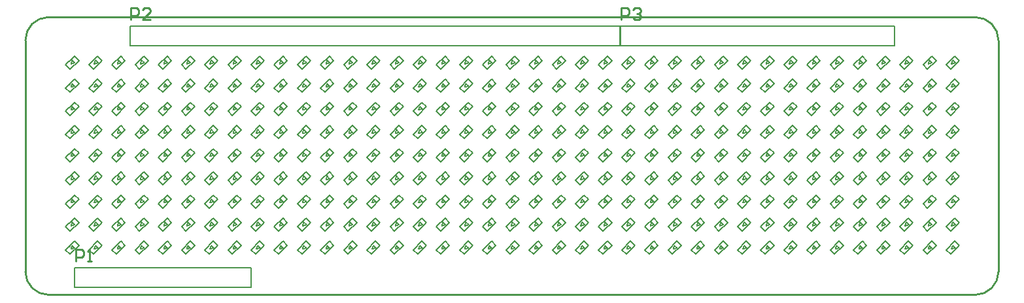
<source format=gto>
G04*
G04 #@! TF.GenerationSoftware,Altium Limited,Altium Designer,18.1.9 (240)*
G04*
G04 Layer_Color=65535*
%FSLAX44Y44*%
%MOMM*%
G71*
G01*
G75*
%ADD10C,0.2000*%
%ADD11C,0.1270*%
%ADD12C,0.2540*%
D10*
X662600Y729800D02*
Y755200D01*
X434000Y729800D02*
X662600D01*
X434000D02*
Y755200D01*
X662600D01*
X1158950Y1067950D02*
X1495500D01*
X1139900D02*
X1158950D01*
X1139900Y1042550D02*
Y1067950D01*
Y1042550D02*
X1495500D01*
Y1067950D01*
X1140300Y1042550D02*
Y1067950D01*
X505300Y1042550D02*
X1140300D01*
X505300D02*
Y1067950D01*
X524350D01*
X1140300D01*
D11*
X1569317Y779567D02*
X1573913Y780628D01*
X1569317Y779567D02*
X1570378Y784163D01*
X1573913Y780628D01*
X1572146Y776739D02*
X1574974Y779567D01*
X1566489Y782396D02*
X1569317Y785224D01*
X1539317Y779567D02*
X1543913Y780628D01*
X1539317Y779567D02*
X1540378Y784163D01*
X1543913Y780628D01*
X1542146Y776739D02*
X1544974Y779567D01*
X1536489Y782396D02*
X1539317Y785224D01*
X1509317Y779567D02*
X1513913Y780628D01*
X1509317Y779567D02*
X1510378Y784163D01*
X1513913Y780628D01*
X1512146Y776739D02*
X1514974Y779567D01*
X1506489Y782396D02*
X1509317Y785224D01*
X1479317Y779567D02*
X1483913Y780628D01*
X1479317Y779567D02*
X1480378Y784163D01*
X1483913Y780628D01*
X1482146Y776739D02*
X1484974Y779567D01*
X1476489Y782396D02*
X1479317Y785224D01*
X1449317Y779567D02*
X1453913Y780628D01*
X1449317Y779567D02*
X1450378Y784163D01*
X1453913Y780628D01*
X1452146Y776739D02*
X1454974Y779567D01*
X1446489Y782396D02*
X1449317Y785224D01*
X1419317Y779567D02*
X1423913Y780628D01*
X1419317Y779567D02*
X1420378Y784163D01*
X1423913Y780628D01*
X1422146Y776739D02*
X1424974Y779567D01*
X1416489Y782396D02*
X1419317Y785224D01*
X1389317Y779567D02*
X1393913Y780628D01*
X1389317Y779567D02*
X1390378Y784163D01*
X1393913Y780628D01*
X1392146Y776739D02*
X1394974Y779567D01*
X1386489Y782396D02*
X1389317Y785224D01*
X1359317Y779567D02*
X1363913Y780628D01*
X1359317Y779567D02*
X1360378Y784163D01*
X1363913Y780628D01*
X1362146Y776739D02*
X1364974Y779567D01*
X1356489Y782396D02*
X1359317Y785224D01*
X1329317Y779567D02*
X1333913Y780628D01*
X1329317Y779567D02*
X1330378Y784163D01*
X1333913Y780628D01*
X1332146Y776739D02*
X1334974Y779567D01*
X1326489Y782396D02*
X1329317Y785224D01*
X1299317Y779567D02*
X1303913Y780628D01*
X1299317Y779567D02*
X1300378Y784163D01*
X1303913Y780628D01*
X1302146Y776739D02*
X1304974Y779567D01*
X1296489Y782396D02*
X1299317Y785224D01*
X1269317Y779567D02*
X1273913Y780628D01*
X1269317Y779567D02*
X1270378Y784163D01*
X1273913Y780628D01*
X1272145Y776739D02*
X1274974Y779567D01*
X1266489Y782396D02*
X1269317Y785224D01*
X1239317Y779567D02*
X1243913Y780628D01*
X1239317Y779567D02*
X1240378Y784163D01*
X1243913Y780628D01*
X1242145Y776739D02*
X1244974Y779567D01*
X1236489Y782396D02*
X1239317Y785224D01*
X1209317Y779567D02*
X1213913Y780628D01*
X1209317Y779567D02*
X1210378Y784163D01*
X1213913Y780628D01*
X1212145Y776739D02*
X1214974Y779567D01*
X1206489Y782396D02*
X1209317Y785224D01*
X1179317Y779567D02*
X1183913Y780628D01*
X1179317Y779567D02*
X1180378Y784163D01*
X1183913Y780628D01*
X1182145Y776739D02*
X1184974Y779567D01*
X1176489Y782396D02*
X1179317Y785224D01*
X1149317Y779567D02*
X1153913Y780628D01*
X1149317Y779567D02*
X1150378Y784163D01*
X1153913Y780628D01*
X1152145Y776739D02*
X1154974Y779567D01*
X1146489Y782396D02*
X1149317Y785224D01*
X1119317Y779567D02*
X1123913Y780628D01*
X1119317Y779567D02*
X1120378Y784163D01*
X1123913Y780628D01*
X1122145Y776739D02*
X1124974Y779567D01*
X1116489Y782396D02*
X1119317Y785224D01*
X1089317Y779567D02*
X1093913Y780628D01*
X1089317Y779567D02*
X1090378Y784163D01*
X1093913Y780628D01*
X1092145Y776739D02*
X1094974Y779567D01*
X1086489Y782396D02*
X1089317Y785224D01*
X1059317Y779567D02*
X1063913Y780628D01*
X1059317Y779567D02*
X1060378Y784163D01*
X1063913Y780628D01*
X1062145Y776739D02*
X1064974Y779567D01*
X1056489Y782396D02*
X1059317Y785224D01*
X1029317Y779567D02*
X1033913Y780628D01*
X1029317Y779567D02*
X1030378Y784163D01*
X1033913Y780628D01*
X1032145Y776739D02*
X1034974Y779567D01*
X1026489Y782396D02*
X1029317Y785224D01*
X999317Y779567D02*
X1003913Y780628D01*
X999317Y779567D02*
X1000378Y784163D01*
X1003913Y780628D01*
X1002145Y776739D02*
X1004974Y779567D01*
X996489Y782396D02*
X999317Y785224D01*
X969317Y779567D02*
X973913Y780628D01*
X969317Y779567D02*
X970378Y784163D01*
X973913Y780628D01*
X972145Y776739D02*
X974974Y779567D01*
X966489Y782396D02*
X969317Y785224D01*
X939317Y779567D02*
X943913Y780628D01*
X939317Y779567D02*
X940378Y784163D01*
X943913Y780628D01*
X942145Y776739D02*
X944974Y779567D01*
X936489Y782396D02*
X939317Y785224D01*
X909317Y779567D02*
X913913Y780628D01*
X909317Y779567D02*
X910378Y784163D01*
X913913Y780628D01*
X912145Y776739D02*
X914974Y779567D01*
X906489Y782396D02*
X909317Y785224D01*
X879317Y779567D02*
X883913Y780628D01*
X879317Y779567D02*
X880378Y784163D01*
X883913Y780628D01*
X882145Y776739D02*
X884974Y779567D01*
X876489Y782396D02*
X879317Y785224D01*
X849317Y779567D02*
X853913Y780628D01*
X849317Y779567D02*
X850378Y784163D01*
X853913Y780628D01*
X852145Y776739D02*
X854974Y779567D01*
X846489Y782396D02*
X849317Y785224D01*
X819317Y779567D02*
X823913Y780628D01*
X819317Y779567D02*
X820378Y784163D01*
X823913Y780628D01*
X822145Y776739D02*
X824974Y779567D01*
X816489Y782396D02*
X819317Y785224D01*
X789317Y779567D02*
X793913Y780628D01*
X789317Y779567D02*
X790378Y784163D01*
X793913Y780628D01*
X792145Y776739D02*
X794974Y779567D01*
X786489Y782396D02*
X789317Y785224D01*
X759317Y779567D02*
X763913Y780628D01*
X759317Y779567D02*
X760378Y784163D01*
X763913Y780628D01*
X762145Y776739D02*
X764974Y779567D01*
X756489Y782396D02*
X759317Y785224D01*
X729317Y779567D02*
X733913Y780628D01*
X729317Y779567D02*
X730378Y784163D01*
X733913Y780628D01*
X732145Y776739D02*
X734974Y779567D01*
X726489Y782396D02*
X729317Y785224D01*
X699317Y779567D02*
X703913Y780628D01*
X699317Y779567D02*
X700378Y784163D01*
X703913Y780628D01*
X702145Y776739D02*
X704974Y779567D01*
X696489Y782396D02*
X699317Y785224D01*
X669317Y779567D02*
X673913Y780628D01*
X669317Y779567D02*
X670378Y784163D01*
X673913Y780628D01*
X672145Y776739D02*
X674974Y779567D01*
X666489Y782396D02*
X669317Y785224D01*
X639317Y779567D02*
X643913Y780628D01*
X639317Y779567D02*
X640378Y784163D01*
X643913Y780628D01*
X642145Y776739D02*
X644974Y779567D01*
X636489Y782396D02*
X639317Y785224D01*
X609317Y779567D02*
X613913Y780628D01*
X609317Y779567D02*
X610378Y784163D01*
X613913Y780628D01*
X612146Y776739D02*
X614974Y779567D01*
X606489Y782396D02*
X609317Y785224D01*
X579317Y779567D02*
X583913Y780628D01*
X579317Y779567D02*
X580378Y784163D01*
X583913Y780628D01*
X582146Y776739D02*
X584974Y779567D01*
X576489Y782396D02*
X579317Y785224D01*
X549317Y779567D02*
X553913Y780628D01*
X549317Y779567D02*
X550378Y784163D01*
X553913Y780628D01*
X552146Y776739D02*
X554974Y779567D01*
X546489Y782396D02*
X549317Y785224D01*
X519317Y779567D02*
X523913Y780628D01*
X519317Y779567D02*
X520378Y784163D01*
X523913Y780628D01*
X522146Y776739D02*
X524974Y779567D01*
X516489Y782396D02*
X519317Y785224D01*
X489317Y779567D02*
X493913Y780628D01*
X489317Y779567D02*
X490378Y784163D01*
X493913Y780628D01*
X492146Y776739D02*
X494974Y779567D01*
X486489Y782396D02*
X489317Y785224D01*
X459317Y779567D02*
X463913Y780628D01*
X459317Y779567D02*
X460378Y784163D01*
X463913Y780628D01*
X462146Y776739D02*
X464974Y779567D01*
X456489Y782396D02*
X459317Y785224D01*
X429317Y779567D02*
X433913Y780628D01*
X429317Y779567D02*
X430378Y784163D01*
X433913Y780628D01*
X432146Y776739D02*
X434974Y779567D01*
X426489Y782396D02*
X429317Y785224D01*
X1569317Y809567D02*
X1573913Y810628D01*
X1569317Y809567D02*
X1570378Y814163D01*
X1573913Y810628D01*
X1572146Y806739D02*
X1574974Y809567D01*
X1566489Y812396D02*
X1569317Y815224D01*
X1539317Y809567D02*
X1543913Y810628D01*
X1539317Y809567D02*
X1540378Y814163D01*
X1543913Y810628D01*
X1542146Y806739D02*
X1544974Y809567D01*
X1536489Y812396D02*
X1539317Y815224D01*
X1509317Y809567D02*
X1513913Y810628D01*
X1509317Y809567D02*
X1510378Y814163D01*
X1513913Y810628D01*
X1512146Y806739D02*
X1514974Y809567D01*
X1506489Y812396D02*
X1509317Y815224D01*
X1479317Y809567D02*
X1483913Y810628D01*
X1479317Y809567D02*
X1480378Y814163D01*
X1483913Y810628D01*
X1482146Y806739D02*
X1484974Y809567D01*
X1476489Y812396D02*
X1479317Y815224D01*
X1449317Y809567D02*
X1453913Y810628D01*
X1449317Y809567D02*
X1450378Y814163D01*
X1453913Y810628D01*
X1452146Y806739D02*
X1454974Y809567D01*
X1446489Y812396D02*
X1449317Y815224D01*
X1419317Y809567D02*
X1423913Y810628D01*
X1419317Y809567D02*
X1420378Y814163D01*
X1423913Y810628D01*
X1422146Y806739D02*
X1424974Y809567D01*
X1416489Y812396D02*
X1419317Y815224D01*
X1389317Y809567D02*
X1393913Y810628D01*
X1389317Y809567D02*
X1390378Y814163D01*
X1393913Y810628D01*
X1392146Y806739D02*
X1394974Y809567D01*
X1386489Y812396D02*
X1389317Y815224D01*
X1359317Y809567D02*
X1363913Y810628D01*
X1359317Y809567D02*
X1360378Y814163D01*
X1363913Y810628D01*
X1362146Y806739D02*
X1364974Y809567D01*
X1356489Y812396D02*
X1359317Y815224D01*
X1329317Y809567D02*
X1333913Y810628D01*
X1329317Y809567D02*
X1330378Y814163D01*
X1333913Y810628D01*
X1332146Y806739D02*
X1334974Y809567D01*
X1326489Y812396D02*
X1329317Y815224D01*
X1299317Y809567D02*
X1303913Y810628D01*
X1299317Y809567D02*
X1300378Y814163D01*
X1303913Y810628D01*
X1302146Y806739D02*
X1304974Y809567D01*
X1296489Y812396D02*
X1299317Y815224D01*
X1269317Y809567D02*
X1273913Y810628D01*
X1269317Y809567D02*
X1270378Y814163D01*
X1273913Y810628D01*
X1272145Y806739D02*
X1274974Y809567D01*
X1266489Y812396D02*
X1269317Y815224D01*
X1239317Y809567D02*
X1243913Y810628D01*
X1239317Y809567D02*
X1240378Y814163D01*
X1243913Y810628D01*
X1242145Y806739D02*
X1244974Y809567D01*
X1236489Y812396D02*
X1239317Y815224D01*
X1209317Y809567D02*
X1213913Y810628D01*
X1209317Y809567D02*
X1210378Y814163D01*
X1213913Y810628D01*
X1212145Y806739D02*
X1214974Y809567D01*
X1206489Y812396D02*
X1209317Y815224D01*
X1179317Y809567D02*
X1183913Y810628D01*
X1179317Y809567D02*
X1180378Y814163D01*
X1183913Y810628D01*
X1182145Y806739D02*
X1184974Y809567D01*
X1176489Y812396D02*
X1179317Y815224D01*
X1149317Y809567D02*
X1153913Y810628D01*
X1149317Y809567D02*
X1150378Y814163D01*
X1153913Y810628D01*
X1152145Y806739D02*
X1154974Y809567D01*
X1146489Y812396D02*
X1149317Y815224D01*
X1119317Y809567D02*
X1123913Y810628D01*
X1119317Y809567D02*
X1120378Y814163D01*
X1123913Y810628D01*
X1122145Y806739D02*
X1124974Y809567D01*
X1116489Y812396D02*
X1119317Y815224D01*
X1089317Y809567D02*
X1093913Y810628D01*
X1089317Y809567D02*
X1090378Y814163D01*
X1093913Y810628D01*
X1092145Y806739D02*
X1094974Y809567D01*
X1086489Y812396D02*
X1089317Y815224D01*
X1059317Y809567D02*
X1063913Y810628D01*
X1059317Y809567D02*
X1060378Y814163D01*
X1063913Y810628D01*
X1062145Y806739D02*
X1064974Y809567D01*
X1056489Y812396D02*
X1059317Y815224D01*
X1029317Y809567D02*
X1033913Y810628D01*
X1029317Y809567D02*
X1030378Y814163D01*
X1033913Y810628D01*
X1032145Y806739D02*
X1034974Y809567D01*
X1026489Y812396D02*
X1029317Y815224D01*
X999317Y809567D02*
X1003913Y810628D01*
X999317Y809567D02*
X1000378Y814163D01*
X1003913Y810628D01*
X1002145Y806739D02*
X1004974Y809567D01*
X996489Y812396D02*
X999317Y815224D01*
X969317Y809567D02*
X973913Y810628D01*
X969317Y809567D02*
X970378Y814163D01*
X973913Y810628D01*
X972145Y806739D02*
X974974Y809567D01*
X966489Y812396D02*
X969317Y815224D01*
X939317Y809567D02*
X943913Y810628D01*
X939317Y809567D02*
X940378Y814163D01*
X943913Y810628D01*
X942145Y806739D02*
X944974Y809567D01*
X936489Y812396D02*
X939317Y815224D01*
X909317Y809567D02*
X913913Y810628D01*
X909317Y809567D02*
X910378Y814163D01*
X913913Y810628D01*
X912145Y806739D02*
X914974Y809567D01*
X906489Y812396D02*
X909317Y815224D01*
X879317Y809567D02*
X883913Y810628D01*
X879317Y809567D02*
X880378Y814163D01*
X883913Y810628D01*
X882145Y806739D02*
X884974Y809567D01*
X876489Y812396D02*
X879317Y815224D01*
X849317Y809567D02*
X853913Y810628D01*
X849317Y809567D02*
X850378Y814163D01*
X853913Y810628D01*
X852145Y806739D02*
X854974Y809567D01*
X846489Y812396D02*
X849317Y815224D01*
X819317Y809567D02*
X823913Y810628D01*
X819317Y809567D02*
X820378Y814163D01*
X823913Y810628D01*
X822145Y806739D02*
X824974Y809567D01*
X816489Y812396D02*
X819317Y815224D01*
X789317Y809567D02*
X793913Y810628D01*
X789317Y809567D02*
X790378Y814163D01*
X793913Y810628D01*
X792145Y806739D02*
X794974Y809567D01*
X786489Y812396D02*
X789317Y815224D01*
X759317Y809567D02*
X763913Y810628D01*
X759317Y809567D02*
X760378Y814163D01*
X763913Y810628D01*
X762145Y806739D02*
X764974Y809567D01*
X756489Y812396D02*
X759317Y815224D01*
X729317Y809567D02*
X733913Y810628D01*
X729317Y809567D02*
X730378Y814163D01*
X733913Y810628D01*
X732145Y806739D02*
X734974Y809567D01*
X726489Y812396D02*
X729317Y815224D01*
X699317Y809567D02*
X703913Y810628D01*
X699317Y809567D02*
X700378Y814163D01*
X703913Y810628D01*
X702145Y806739D02*
X704974Y809567D01*
X696489Y812396D02*
X699317Y815224D01*
X669317Y809567D02*
X673913Y810628D01*
X669317Y809567D02*
X670378Y814163D01*
X673913Y810628D01*
X672145Y806739D02*
X674974Y809567D01*
X666489Y812396D02*
X669317Y815224D01*
X639317Y809567D02*
X643913Y810628D01*
X639317Y809567D02*
X640378Y814163D01*
X643913Y810628D01*
X642145Y806739D02*
X644974Y809567D01*
X636489Y812396D02*
X639317Y815224D01*
X609317Y809567D02*
X613913Y810628D01*
X609317Y809567D02*
X610378Y814163D01*
X613913Y810628D01*
X612146Y806739D02*
X614974Y809567D01*
X606489Y812396D02*
X609317Y815224D01*
X579317Y809567D02*
X583913Y810628D01*
X579317Y809567D02*
X580378Y814163D01*
X583913Y810628D01*
X582146Y806739D02*
X584974Y809567D01*
X576489Y812396D02*
X579317Y815224D01*
X549317Y809567D02*
X553913Y810628D01*
X549317Y809567D02*
X550378Y814163D01*
X553913Y810628D01*
X552146Y806739D02*
X554974Y809567D01*
X546489Y812396D02*
X549317Y815224D01*
X519317Y809567D02*
X523913Y810628D01*
X519317Y809567D02*
X520378Y814163D01*
X523913Y810628D01*
X522146Y806739D02*
X524974Y809567D01*
X516489Y812396D02*
X519317Y815224D01*
X489317Y809567D02*
X493913Y810628D01*
X489317Y809567D02*
X490378Y814163D01*
X493913Y810628D01*
X492146Y806739D02*
X494974Y809567D01*
X486489Y812396D02*
X489317Y815224D01*
X459317Y809567D02*
X463913Y810628D01*
X459317Y809567D02*
X460378Y814163D01*
X463913Y810628D01*
X462146Y806739D02*
X464974Y809567D01*
X456489Y812396D02*
X459317Y815224D01*
X429317Y809567D02*
X433913Y810628D01*
X429317Y809567D02*
X430378Y814163D01*
X433913Y810628D01*
X432146Y806739D02*
X434974Y809567D01*
X426489Y812396D02*
X429317Y815224D01*
X1569317Y839567D02*
X1573913Y840628D01*
X1569317Y839567D02*
X1570378Y844163D01*
X1573913Y840628D01*
X1572146Y836739D02*
X1574974Y839567D01*
X1566489Y842395D02*
X1569317Y845224D01*
X1539317Y839567D02*
X1543913Y840628D01*
X1539317Y839567D02*
X1540378Y844163D01*
X1543913Y840628D01*
X1542146Y836739D02*
X1544974Y839567D01*
X1536489Y842395D02*
X1539317Y845224D01*
X1509317Y839567D02*
X1513913Y840628D01*
X1509317Y839567D02*
X1510378Y844163D01*
X1513913Y840628D01*
X1512146Y836739D02*
X1514974Y839567D01*
X1506489Y842395D02*
X1509317Y845224D01*
X1479317Y839567D02*
X1483913Y840628D01*
X1479317Y839567D02*
X1480378Y844163D01*
X1483913Y840628D01*
X1482146Y836739D02*
X1484974Y839567D01*
X1476489Y842395D02*
X1479317Y845224D01*
X1449317Y839567D02*
X1453913Y840628D01*
X1449317Y839567D02*
X1450378Y844163D01*
X1453913Y840628D01*
X1452146Y836739D02*
X1454974Y839567D01*
X1446489Y842395D02*
X1449317Y845224D01*
X1419317Y839567D02*
X1423913Y840628D01*
X1419317Y839567D02*
X1420378Y844163D01*
X1423913Y840628D01*
X1422146Y836739D02*
X1424974Y839567D01*
X1416489Y842395D02*
X1419317Y845224D01*
X1389317Y839567D02*
X1393913Y840628D01*
X1389317Y839567D02*
X1390378Y844163D01*
X1393913Y840628D01*
X1392146Y836739D02*
X1394974Y839567D01*
X1386489Y842395D02*
X1389317Y845224D01*
X1359317Y839567D02*
X1363913Y840628D01*
X1359317Y839567D02*
X1360378Y844163D01*
X1363913Y840628D01*
X1362146Y836739D02*
X1364974Y839567D01*
X1356489Y842395D02*
X1359317Y845224D01*
X1329317Y839567D02*
X1333913Y840628D01*
X1329317Y839567D02*
X1330378Y844163D01*
X1333913Y840628D01*
X1332146Y836739D02*
X1334974Y839567D01*
X1326489Y842395D02*
X1329317Y845224D01*
X1299317Y839567D02*
X1303913Y840628D01*
X1299317Y839567D02*
X1300378Y844163D01*
X1303913Y840628D01*
X1302146Y836739D02*
X1304974Y839567D01*
X1296489Y842395D02*
X1299317Y845224D01*
X1269317Y839567D02*
X1273913Y840628D01*
X1269317Y839567D02*
X1270378Y844163D01*
X1273913Y840628D01*
X1272145Y836739D02*
X1274974Y839567D01*
X1266489Y842395D02*
X1269317Y845224D01*
X1239317Y839567D02*
X1243913Y840628D01*
X1239317Y839567D02*
X1240378Y844163D01*
X1243913Y840628D01*
X1242145Y836739D02*
X1244974Y839567D01*
X1236489Y842395D02*
X1239317Y845224D01*
X1209317Y839567D02*
X1213913Y840628D01*
X1209317Y839567D02*
X1210378Y844163D01*
X1213913Y840628D01*
X1212145Y836739D02*
X1214974Y839567D01*
X1206489Y842395D02*
X1209317Y845224D01*
X1179317Y839567D02*
X1183913Y840628D01*
X1179317Y839567D02*
X1180378Y844163D01*
X1183913Y840628D01*
X1182145Y836739D02*
X1184974Y839567D01*
X1176489Y842395D02*
X1179317Y845224D01*
X1149317Y839567D02*
X1153913Y840628D01*
X1149317Y839567D02*
X1150378Y844163D01*
X1153913Y840628D01*
X1152145Y836739D02*
X1154974Y839567D01*
X1146489Y842395D02*
X1149317Y845224D01*
X1119317Y839567D02*
X1123913Y840628D01*
X1119317Y839567D02*
X1120378Y844163D01*
X1123913Y840628D01*
X1122145Y836739D02*
X1124974Y839567D01*
X1116489Y842395D02*
X1119317Y845224D01*
X1089317Y839567D02*
X1093913Y840628D01*
X1089317Y839567D02*
X1090378Y844163D01*
X1093913Y840628D01*
X1092145Y836739D02*
X1094974Y839567D01*
X1086489Y842395D02*
X1089317Y845224D01*
X1059317Y839567D02*
X1063913Y840628D01*
X1059317Y839567D02*
X1060378Y844163D01*
X1063913Y840628D01*
X1062145Y836739D02*
X1064974Y839567D01*
X1056489Y842395D02*
X1059317Y845224D01*
X1029317Y839567D02*
X1033913Y840628D01*
X1029317Y839567D02*
X1030378Y844163D01*
X1033913Y840628D01*
X1032145Y836739D02*
X1034974Y839567D01*
X1026489Y842395D02*
X1029317Y845224D01*
X999317Y839567D02*
X1003913Y840628D01*
X999317Y839567D02*
X1000378Y844163D01*
X1003913Y840628D01*
X1002145Y836739D02*
X1004974Y839567D01*
X996489Y842395D02*
X999317Y845224D01*
X969317Y839567D02*
X973913Y840628D01*
X969317Y839567D02*
X970378Y844163D01*
X973913Y840628D01*
X972145Y836739D02*
X974974Y839567D01*
X966489Y842395D02*
X969317Y845224D01*
X939317Y839567D02*
X943913Y840628D01*
X939317Y839567D02*
X940378Y844163D01*
X943913Y840628D01*
X942145Y836739D02*
X944974Y839567D01*
X936489Y842395D02*
X939317Y845224D01*
X909317Y839567D02*
X913913Y840628D01*
X909317Y839567D02*
X910378Y844163D01*
X913913Y840628D01*
X912145Y836739D02*
X914974Y839567D01*
X906489Y842395D02*
X909317Y845224D01*
X879317Y839567D02*
X883913Y840628D01*
X879317Y839567D02*
X880378Y844163D01*
X883913Y840628D01*
X882145Y836739D02*
X884974Y839567D01*
X876489Y842395D02*
X879317Y845224D01*
X849317Y839567D02*
X853913Y840628D01*
X849317Y839567D02*
X850378Y844163D01*
X853913Y840628D01*
X852145Y836739D02*
X854974Y839567D01*
X846489Y842395D02*
X849317Y845224D01*
X819317Y839567D02*
X823913Y840628D01*
X819317Y839567D02*
X820378Y844163D01*
X823913Y840628D01*
X822145Y836739D02*
X824974Y839567D01*
X816489Y842395D02*
X819317Y845224D01*
X789317Y839567D02*
X793913Y840628D01*
X789317Y839567D02*
X790378Y844163D01*
X793913Y840628D01*
X792145Y836739D02*
X794974Y839567D01*
X786489Y842395D02*
X789317Y845224D01*
X759317Y839567D02*
X763913Y840628D01*
X759317Y839567D02*
X760378Y844163D01*
X763913Y840628D01*
X762145Y836739D02*
X764974Y839567D01*
X756489Y842395D02*
X759317Y845224D01*
X729317Y839567D02*
X733913Y840628D01*
X729317Y839567D02*
X730378Y844163D01*
X733913Y840628D01*
X732145Y836739D02*
X734974Y839567D01*
X726489Y842395D02*
X729317Y845224D01*
X699317Y839567D02*
X703913Y840628D01*
X699317Y839567D02*
X700378Y844163D01*
X703913Y840628D01*
X702145Y836739D02*
X704974Y839567D01*
X696489Y842395D02*
X699317Y845224D01*
X669317Y839567D02*
X673913Y840628D01*
X669317Y839567D02*
X670378Y844163D01*
X673913Y840628D01*
X672145Y836739D02*
X674974Y839567D01*
X666489Y842395D02*
X669317Y845224D01*
X639317Y839567D02*
X643913Y840628D01*
X639317Y839567D02*
X640378Y844163D01*
X643913Y840628D01*
X642145Y836739D02*
X644974Y839567D01*
X636489Y842395D02*
X639317Y845224D01*
X609317Y839567D02*
X613913Y840628D01*
X609317Y839567D02*
X610378Y844163D01*
X613913Y840628D01*
X612146Y836739D02*
X614974Y839567D01*
X606489Y842395D02*
X609317Y845224D01*
X579317Y839567D02*
X583913Y840628D01*
X579317Y839567D02*
X580378Y844163D01*
X583913Y840628D01*
X582146Y836739D02*
X584974Y839567D01*
X576489Y842395D02*
X579317Y845224D01*
X549317Y839567D02*
X553913Y840628D01*
X549317Y839567D02*
X550378Y844163D01*
X553913Y840628D01*
X552146Y836739D02*
X554974Y839567D01*
X546489Y842395D02*
X549317Y845224D01*
X519317Y839567D02*
X523913Y840628D01*
X519317Y839567D02*
X520378Y844163D01*
X523913Y840628D01*
X522146Y836739D02*
X524974Y839567D01*
X516489Y842395D02*
X519317Y845224D01*
X489317Y839567D02*
X493913Y840628D01*
X489317Y839567D02*
X490378Y844163D01*
X493913Y840628D01*
X492146Y836739D02*
X494974Y839567D01*
X486489Y842395D02*
X489317Y845224D01*
X459317Y839567D02*
X463913Y840628D01*
X459317Y839567D02*
X460378Y844163D01*
X463913Y840628D01*
X462146Y836739D02*
X464974Y839567D01*
X456489Y842395D02*
X459317Y845224D01*
X429317Y839567D02*
X433913Y840628D01*
X429317Y839567D02*
X430378Y844163D01*
X433913Y840628D01*
X432146Y836739D02*
X434974Y839567D01*
X426489Y842395D02*
X429317Y845224D01*
X1569317Y869567D02*
X1573913Y870628D01*
X1569317Y869567D02*
X1570378Y874163D01*
X1573913Y870628D01*
X1572146Y866739D02*
X1574974Y869567D01*
X1566489Y872396D02*
X1569317Y875224D01*
X1539317Y869567D02*
X1543913Y870628D01*
X1539317Y869567D02*
X1540378Y874163D01*
X1543913Y870628D01*
X1542146Y866739D02*
X1544974Y869567D01*
X1536489Y872396D02*
X1539317Y875224D01*
X1509317Y869567D02*
X1513913Y870628D01*
X1509317Y869567D02*
X1510378Y874163D01*
X1513913Y870628D01*
X1512146Y866739D02*
X1514974Y869567D01*
X1506489Y872396D02*
X1509317Y875224D01*
X1479317Y869567D02*
X1483913Y870628D01*
X1479317Y869567D02*
X1480378Y874163D01*
X1483913Y870628D01*
X1482146Y866739D02*
X1484974Y869567D01*
X1476489Y872396D02*
X1479317Y875224D01*
X1449317Y869567D02*
X1453913Y870628D01*
X1449317Y869567D02*
X1450378Y874163D01*
X1453913Y870628D01*
X1452146Y866739D02*
X1454974Y869567D01*
X1446489Y872396D02*
X1449317Y875224D01*
X1419317Y869567D02*
X1423913Y870628D01*
X1419317Y869567D02*
X1420378Y874163D01*
X1423913Y870628D01*
X1422146Y866739D02*
X1424974Y869567D01*
X1416489Y872396D02*
X1419317Y875224D01*
X1389317Y869567D02*
X1393913Y870628D01*
X1389317Y869567D02*
X1390378Y874163D01*
X1393913Y870628D01*
X1392146Y866739D02*
X1394974Y869567D01*
X1386489Y872396D02*
X1389317Y875224D01*
X1359317Y869567D02*
X1363913Y870628D01*
X1359317Y869567D02*
X1360378Y874163D01*
X1363913Y870628D01*
X1362146Y866739D02*
X1364974Y869567D01*
X1356489Y872396D02*
X1359317Y875224D01*
X1329317Y869567D02*
X1333913Y870628D01*
X1329317Y869567D02*
X1330378Y874163D01*
X1333913Y870628D01*
X1332146Y866739D02*
X1334974Y869567D01*
X1326489Y872396D02*
X1329317Y875224D01*
X1299317Y869567D02*
X1303913Y870628D01*
X1299317Y869567D02*
X1300378Y874163D01*
X1303913Y870628D01*
X1302146Y866739D02*
X1304974Y869567D01*
X1296489Y872396D02*
X1299317Y875224D01*
X1269317Y869567D02*
X1273913Y870628D01*
X1269317Y869567D02*
X1270378Y874163D01*
X1273913Y870628D01*
X1272145Y866739D02*
X1274974Y869567D01*
X1266489Y872396D02*
X1269317Y875224D01*
X1239317Y869567D02*
X1243913Y870628D01*
X1239317Y869567D02*
X1240378Y874163D01*
X1243913Y870628D01*
X1242145Y866739D02*
X1244974Y869567D01*
X1236489Y872396D02*
X1239317Y875224D01*
X1209317Y869567D02*
X1213913Y870628D01*
X1209317Y869567D02*
X1210378Y874163D01*
X1213913Y870628D01*
X1212145Y866739D02*
X1214974Y869567D01*
X1206489Y872396D02*
X1209317Y875224D01*
X1179317Y869567D02*
X1183913Y870628D01*
X1179317Y869567D02*
X1180378Y874163D01*
X1183913Y870628D01*
X1182145Y866739D02*
X1184974Y869567D01*
X1176489Y872396D02*
X1179317Y875224D01*
X1149317Y869567D02*
X1153913Y870628D01*
X1149317Y869567D02*
X1150378Y874163D01*
X1153913Y870628D01*
X1152145Y866739D02*
X1154974Y869567D01*
X1146489Y872396D02*
X1149317Y875224D01*
X1119317Y869567D02*
X1123913Y870628D01*
X1119317Y869567D02*
X1120378Y874163D01*
X1123913Y870628D01*
X1122145Y866739D02*
X1124974Y869567D01*
X1116489Y872396D02*
X1119317Y875224D01*
X1089317Y869567D02*
X1093913Y870628D01*
X1089317Y869567D02*
X1090378Y874163D01*
X1093913Y870628D01*
X1092145Y866739D02*
X1094974Y869567D01*
X1086489Y872396D02*
X1089317Y875224D01*
X1059317Y869567D02*
X1063913Y870628D01*
X1059317Y869567D02*
X1060378Y874163D01*
X1063913Y870628D01*
X1062145Y866739D02*
X1064974Y869567D01*
X1056489Y872396D02*
X1059317Y875224D01*
X1029317Y869567D02*
X1033913Y870628D01*
X1029317Y869567D02*
X1030378Y874163D01*
X1033913Y870628D01*
X1032145Y866739D02*
X1034974Y869567D01*
X1026489Y872396D02*
X1029317Y875224D01*
X999317Y869567D02*
X1003913Y870628D01*
X999317Y869567D02*
X1000378Y874163D01*
X1003913Y870628D01*
X1002145Y866739D02*
X1004974Y869567D01*
X996489Y872396D02*
X999317Y875224D01*
X969317Y869567D02*
X973913Y870628D01*
X969317Y869567D02*
X970378Y874163D01*
X973913Y870628D01*
X972145Y866739D02*
X974974Y869567D01*
X966489Y872396D02*
X969317Y875224D01*
X939317Y869567D02*
X943913Y870628D01*
X939317Y869567D02*
X940378Y874163D01*
X943913Y870628D01*
X942145Y866739D02*
X944974Y869567D01*
X936489Y872396D02*
X939317Y875224D01*
X909317Y869567D02*
X913913Y870628D01*
X909317Y869567D02*
X910378Y874163D01*
X913913Y870628D01*
X912145Y866739D02*
X914974Y869567D01*
X906489Y872396D02*
X909317Y875224D01*
X879317Y869567D02*
X883913Y870628D01*
X879317Y869567D02*
X880378Y874163D01*
X883913Y870628D01*
X882145Y866739D02*
X884974Y869567D01*
X876489Y872396D02*
X879317Y875224D01*
X849317Y869567D02*
X853913Y870628D01*
X849317Y869567D02*
X850378Y874163D01*
X853913Y870628D01*
X852145Y866739D02*
X854974Y869567D01*
X846489Y872396D02*
X849317Y875224D01*
X819317Y869567D02*
X823913Y870628D01*
X819317Y869567D02*
X820378Y874163D01*
X823913Y870628D01*
X822145Y866739D02*
X824974Y869567D01*
X816489Y872396D02*
X819317Y875224D01*
X789317Y869567D02*
X793913Y870628D01*
X789317Y869567D02*
X790378Y874163D01*
X793913Y870628D01*
X792145Y866739D02*
X794974Y869567D01*
X786489Y872396D02*
X789317Y875224D01*
X759317Y869567D02*
X763913Y870628D01*
X759317Y869567D02*
X760378Y874163D01*
X763913Y870628D01*
X762145Y866739D02*
X764974Y869567D01*
X756489Y872396D02*
X759317Y875224D01*
X729317Y869567D02*
X733913Y870628D01*
X729317Y869567D02*
X730378Y874163D01*
X733913Y870628D01*
X732145Y866739D02*
X734974Y869567D01*
X726489Y872396D02*
X729317Y875224D01*
X699317Y869567D02*
X703913Y870628D01*
X699317Y869567D02*
X700378Y874163D01*
X703913Y870628D01*
X702145Y866739D02*
X704974Y869567D01*
X696489Y872396D02*
X699317Y875224D01*
X669317Y869567D02*
X673913Y870628D01*
X669317Y869567D02*
X670378Y874163D01*
X673913Y870628D01*
X672145Y866739D02*
X674974Y869567D01*
X666489Y872396D02*
X669317Y875224D01*
X639317Y869567D02*
X643913Y870628D01*
X639317Y869567D02*
X640378Y874163D01*
X643913Y870628D01*
X642145Y866739D02*
X644974Y869567D01*
X636489Y872396D02*
X639317Y875224D01*
X609317Y869567D02*
X613913Y870628D01*
X609317Y869567D02*
X610378Y874163D01*
X613913Y870628D01*
X612146Y866739D02*
X614974Y869567D01*
X606489Y872396D02*
X609317Y875224D01*
X579317Y869567D02*
X583913Y870628D01*
X579317Y869567D02*
X580378Y874163D01*
X583913Y870628D01*
X582146Y866739D02*
X584974Y869567D01*
X576489Y872396D02*
X579317Y875224D01*
X549317Y869567D02*
X553913Y870628D01*
X549317Y869567D02*
X550378Y874163D01*
X553913Y870628D01*
X552146Y866739D02*
X554974Y869567D01*
X546489Y872396D02*
X549317Y875224D01*
X519317Y869567D02*
X523913Y870628D01*
X519317Y869567D02*
X520378Y874163D01*
X523913Y870628D01*
X522146Y866739D02*
X524974Y869567D01*
X516489Y872396D02*
X519317Y875224D01*
X489317Y869567D02*
X493913Y870628D01*
X489317Y869567D02*
X490378Y874163D01*
X493913Y870628D01*
X492146Y866739D02*
X494974Y869567D01*
X486489Y872396D02*
X489317Y875224D01*
X459317Y869567D02*
X463913Y870628D01*
X459317Y869567D02*
X460378Y874163D01*
X463913Y870628D01*
X462146Y866739D02*
X464974Y869567D01*
X456489Y872396D02*
X459317Y875224D01*
X429317Y869567D02*
X433913Y870628D01*
X429317Y869567D02*
X430378Y874163D01*
X433913Y870628D01*
X432146Y866739D02*
X434974Y869567D01*
X426489Y872396D02*
X429317Y875224D01*
X1569317Y899567D02*
X1573913Y900628D01*
X1569317Y899567D02*
X1570378Y904163D01*
X1573913Y900628D01*
X1572146Y896739D02*
X1574974Y899567D01*
X1566489Y902396D02*
X1569317Y905224D01*
X1539317Y899567D02*
X1543913Y900628D01*
X1539317Y899567D02*
X1540378Y904163D01*
X1543913Y900628D01*
X1542146Y896739D02*
X1544974Y899567D01*
X1536489Y902396D02*
X1539317Y905224D01*
X1509317Y899567D02*
X1513913Y900628D01*
X1509317Y899567D02*
X1510378Y904163D01*
X1513913Y900628D01*
X1512146Y896739D02*
X1514974Y899567D01*
X1506489Y902396D02*
X1509317Y905224D01*
X1479317Y899567D02*
X1483913Y900628D01*
X1479317Y899567D02*
X1480378Y904163D01*
X1483913Y900628D01*
X1482146Y896739D02*
X1484974Y899567D01*
X1476489Y902396D02*
X1479317Y905224D01*
X1449317Y899567D02*
X1453913Y900628D01*
X1449317Y899567D02*
X1450378Y904163D01*
X1453913Y900628D01*
X1452146Y896739D02*
X1454974Y899567D01*
X1446489Y902396D02*
X1449317Y905224D01*
X1419317Y899567D02*
X1423913Y900628D01*
X1419317Y899567D02*
X1420378Y904163D01*
X1423913Y900628D01*
X1422146Y896739D02*
X1424974Y899567D01*
X1416489Y902396D02*
X1419317Y905224D01*
X1389317Y899567D02*
X1393913Y900628D01*
X1389317Y899567D02*
X1390378Y904163D01*
X1393913Y900628D01*
X1392146Y896739D02*
X1394974Y899567D01*
X1386489Y902396D02*
X1389317Y905224D01*
X1359317Y899567D02*
X1363913Y900628D01*
X1359317Y899567D02*
X1360378Y904163D01*
X1363913Y900628D01*
X1362146Y896739D02*
X1364974Y899567D01*
X1356489Y902396D02*
X1359317Y905224D01*
X1329317Y899567D02*
X1333913Y900628D01*
X1329317Y899567D02*
X1330378Y904163D01*
X1333913Y900628D01*
X1332146Y896739D02*
X1334974Y899567D01*
X1326489Y902396D02*
X1329317Y905224D01*
X1299317Y899567D02*
X1303913Y900628D01*
X1299317Y899567D02*
X1300378Y904163D01*
X1303913Y900628D01*
X1302146Y896739D02*
X1304974Y899567D01*
X1296489Y902396D02*
X1299317Y905224D01*
X1269317Y899567D02*
X1273913Y900628D01*
X1269317Y899567D02*
X1270378Y904163D01*
X1273913Y900628D01*
X1272145Y896739D02*
X1274974Y899567D01*
X1266489Y902396D02*
X1269317Y905224D01*
X1239317Y899567D02*
X1243913Y900628D01*
X1239317Y899567D02*
X1240378Y904163D01*
X1243913Y900628D01*
X1242145Y896739D02*
X1244974Y899567D01*
X1236489Y902396D02*
X1239317Y905224D01*
X1209317Y899567D02*
X1213913Y900628D01*
X1209317Y899567D02*
X1210378Y904163D01*
X1213913Y900628D01*
X1212145Y896739D02*
X1214974Y899567D01*
X1206489Y902396D02*
X1209317Y905224D01*
X1179317Y899567D02*
X1183913Y900628D01*
X1179317Y899567D02*
X1180378Y904163D01*
X1183913Y900628D01*
X1182145Y896739D02*
X1184974Y899567D01*
X1176489Y902396D02*
X1179317Y905224D01*
X1149317Y899567D02*
X1153913Y900628D01*
X1149317Y899567D02*
X1150378Y904163D01*
X1153913Y900628D01*
X1152145Y896739D02*
X1154974Y899567D01*
X1146489Y902396D02*
X1149317Y905224D01*
X1119317Y899567D02*
X1123913Y900628D01*
X1119317Y899567D02*
X1120378Y904163D01*
X1123913Y900628D01*
X1122145Y896739D02*
X1124974Y899567D01*
X1116489Y902396D02*
X1119317Y905224D01*
X1089317Y899567D02*
X1093913Y900628D01*
X1089317Y899567D02*
X1090378Y904163D01*
X1093913Y900628D01*
X1092145Y896739D02*
X1094974Y899567D01*
X1086489Y902396D02*
X1089317Y905224D01*
X1059317Y899567D02*
X1063913Y900628D01*
X1059317Y899567D02*
X1060378Y904163D01*
X1063913Y900628D01*
X1062145Y896739D02*
X1064974Y899567D01*
X1056489Y902396D02*
X1059317Y905224D01*
X1029317Y899567D02*
X1033913Y900628D01*
X1029317Y899567D02*
X1030378Y904163D01*
X1033913Y900628D01*
X1032145Y896739D02*
X1034974Y899567D01*
X1026489Y902396D02*
X1029317Y905224D01*
X999317Y899567D02*
X1003913Y900628D01*
X999317Y899567D02*
X1000378Y904163D01*
X1003913Y900628D01*
X1002145Y896739D02*
X1004974Y899567D01*
X996489Y902396D02*
X999317Y905224D01*
X969317Y899567D02*
X973913Y900628D01*
X969317Y899567D02*
X970378Y904163D01*
X973913Y900628D01*
X972145Y896739D02*
X974974Y899567D01*
X966489Y902396D02*
X969317Y905224D01*
X939317Y899567D02*
X943913Y900628D01*
X939317Y899567D02*
X940378Y904163D01*
X943913Y900628D01*
X942145Y896739D02*
X944974Y899567D01*
X936489Y902396D02*
X939317Y905224D01*
X909317Y899567D02*
X913913Y900628D01*
X909317Y899567D02*
X910378Y904163D01*
X913913Y900628D01*
X912145Y896739D02*
X914974Y899567D01*
X906489Y902396D02*
X909317Y905224D01*
X879317Y899567D02*
X883913Y900628D01*
X879317Y899567D02*
X880378Y904163D01*
X883913Y900628D01*
X882145Y896739D02*
X884974Y899567D01*
X876489Y902396D02*
X879317Y905224D01*
X849317Y899567D02*
X853913Y900628D01*
X849317Y899567D02*
X850378Y904163D01*
X853913Y900628D01*
X852145Y896739D02*
X854974Y899567D01*
X846489Y902396D02*
X849317Y905224D01*
X819317Y899567D02*
X823913Y900628D01*
X819317Y899567D02*
X820378Y904163D01*
X823913Y900628D01*
X822145Y896739D02*
X824974Y899567D01*
X816489Y902396D02*
X819317Y905224D01*
X789317Y899567D02*
X793913Y900628D01*
X789317Y899567D02*
X790378Y904163D01*
X793913Y900628D01*
X792145Y896739D02*
X794974Y899567D01*
X786489Y902396D02*
X789317Y905224D01*
X759317Y899567D02*
X763913Y900628D01*
X759317Y899567D02*
X760378Y904163D01*
X763913Y900628D01*
X762145Y896739D02*
X764974Y899567D01*
X756489Y902396D02*
X759317Y905224D01*
X729317Y899567D02*
X733913Y900628D01*
X729317Y899567D02*
X730378Y904163D01*
X733913Y900628D01*
X732145Y896739D02*
X734974Y899567D01*
X726489Y902396D02*
X729317Y905224D01*
X699317Y899567D02*
X703913Y900628D01*
X699317Y899567D02*
X700378Y904163D01*
X703913Y900628D01*
X702145Y896739D02*
X704974Y899567D01*
X696489Y902396D02*
X699317Y905224D01*
X669317Y899567D02*
X673913Y900628D01*
X669317Y899567D02*
X670378Y904163D01*
X673913Y900628D01*
X672145Y896739D02*
X674974Y899567D01*
X666489Y902396D02*
X669317Y905224D01*
X639317Y899567D02*
X643913Y900628D01*
X639317Y899567D02*
X640378Y904163D01*
X643913Y900628D01*
X642145Y896739D02*
X644974Y899567D01*
X636489Y902396D02*
X639317Y905224D01*
X609317Y899567D02*
X613913Y900628D01*
X609317Y899567D02*
X610378Y904163D01*
X613913Y900628D01*
X612146Y896739D02*
X614974Y899567D01*
X606489Y902396D02*
X609317Y905224D01*
X579317Y899567D02*
X583913Y900628D01*
X579317Y899567D02*
X580378Y904163D01*
X583913Y900628D01*
X582146Y896739D02*
X584974Y899567D01*
X576489Y902396D02*
X579317Y905224D01*
X549317Y899567D02*
X553913Y900628D01*
X549317Y899567D02*
X550378Y904163D01*
X553913Y900628D01*
X552146Y896739D02*
X554974Y899567D01*
X546489Y902396D02*
X549317Y905224D01*
X519317Y899567D02*
X523913Y900628D01*
X519317Y899567D02*
X520378Y904163D01*
X523913Y900628D01*
X522146Y896739D02*
X524974Y899567D01*
X516489Y902396D02*
X519317Y905224D01*
X489317Y899567D02*
X493913Y900628D01*
X489317Y899567D02*
X490378Y904163D01*
X493913Y900628D01*
X492146Y896739D02*
X494974Y899567D01*
X486489Y902396D02*
X489317Y905224D01*
X459317Y899567D02*
X463913Y900628D01*
X459317Y899567D02*
X460378Y904163D01*
X463913Y900628D01*
X462146Y896739D02*
X464974Y899567D01*
X456489Y902396D02*
X459317Y905224D01*
X429317Y899567D02*
X433913Y900628D01*
X429317Y899567D02*
X430378Y904163D01*
X433913Y900628D01*
X432146Y896739D02*
X434974Y899567D01*
X426489Y902396D02*
X429317Y905224D01*
X1569317Y929567D02*
X1573913Y930628D01*
X1569317Y929567D02*
X1570378Y934163D01*
X1573913Y930628D01*
X1572146Y926739D02*
X1574974Y929567D01*
X1566489Y932395D02*
X1569317Y935224D01*
X1539317Y929567D02*
X1543913Y930628D01*
X1539317Y929567D02*
X1540378Y934163D01*
X1543913Y930628D01*
X1542146Y926739D02*
X1544974Y929567D01*
X1536489Y932395D02*
X1539317Y935224D01*
X1509317Y929567D02*
X1513913Y930628D01*
X1509317Y929567D02*
X1510378Y934163D01*
X1513913Y930628D01*
X1512146Y926739D02*
X1514974Y929567D01*
X1506489Y932395D02*
X1509317Y935224D01*
X1479317Y929567D02*
X1483913Y930628D01*
X1479317Y929567D02*
X1480378Y934163D01*
X1483913Y930628D01*
X1482146Y926739D02*
X1484974Y929567D01*
X1476489Y932395D02*
X1479317Y935224D01*
X1449317Y929567D02*
X1453913Y930628D01*
X1449317Y929567D02*
X1450378Y934163D01*
X1453913Y930628D01*
X1452146Y926739D02*
X1454974Y929567D01*
X1446489Y932395D02*
X1449317Y935224D01*
X1419317Y929567D02*
X1423913Y930628D01*
X1419317Y929567D02*
X1420378Y934163D01*
X1423913Y930628D01*
X1422146Y926739D02*
X1424974Y929567D01*
X1416489Y932395D02*
X1419317Y935224D01*
X1389317Y929567D02*
X1393913Y930628D01*
X1389317Y929567D02*
X1390378Y934163D01*
X1393913Y930628D01*
X1392146Y926739D02*
X1394974Y929567D01*
X1386489Y932395D02*
X1389317Y935224D01*
X1359317Y929567D02*
X1363913Y930628D01*
X1359317Y929567D02*
X1360378Y934163D01*
X1363913Y930628D01*
X1362146Y926739D02*
X1364974Y929567D01*
X1356489Y932395D02*
X1359317Y935224D01*
X1329317Y929567D02*
X1333913Y930628D01*
X1329317Y929567D02*
X1330378Y934163D01*
X1333913Y930628D01*
X1332146Y926739D02*
X1334974Y929567D01*
X1326489Y932395D02*
X1329317Y935224D01*
X1299317Y929567D02*
X1303913Y930628D01*
X1299317Y929567D02*
X1300378Y934163D01*
X1303913Y930628D01*
X1302146Y926739D02*
X1304974Y929567D01*
X1296489Y932395D02*
X1299317Y935224D01*
X1269317Y929567D02*
X1273913Y930628D01*
X1269317Y929567D02*
X1270378Y934163D01*
X1273913Y930628D01*
X1272145Y926739D02*
X1274974Y929567D01*
X1266489Y932395D02*
X1269317Y935224D01*
X1239317Y929567D02*
X1243913Y930628D01*
X1239317Y929567D02*
X1240378Y934163D01*
X1243913Y930628D01*
X1242145Y926739D02*
X1244974Y929567D01*
X1236489Y932395D02*
X1239317Y935224D01*
X1209317Y929567D02*
X1213913Y930628D01*
X1209317Y929567D02*
X1210378Y934163D01*
X1213913Y930628D01*
X1212145Y926739D02*
X1214974Y929567D01*
X1206489Y932395D02*
X1209317Y935224D01*
X1179317Y929567D02*
X1183913Y930628D01*
X1179317Y929567D02*
X1180378Y934163D01*
X1183913Y930628D01*
X1182145Y926739D02*
X1184974Y929567D01*
X1176489Y932395D02*
X1179317Y935224D01*
X1149317Y929567D02*
X1153913Y930628D01*
X1149317Y929567D02*
X1150378Y934163D01*
X1153913Y930628D01*
X1152145Y926739D02*
X1154974Y929567D01*
X1146489Y932395D02*
X1149317Y935224D01*
X1119317Y929567D02*
X1123913Y930628D01*
X1119317Y929567D02*
X1120378Y934163D01*
X1123913Y930628D01*
X1122145Y926739D02*
X1124974Y929567D01*
X1116489Y932395D02*
X1119317Y935224D01*
X1089317Y929567D02*
X1093913Y930628D01*
X1089317Y929567D02*
X1090378Y934163D01*
X1093913Y930628D01*
X1092145Y926739D02*
X1094974Y929567D01*
X1086489Y932395D02*
X1089317Y935224D01*
X1059317Y929567D02*
X1063913Y930628D01*
X1059317Y929567D02*
X1060378Y934163D01*
X1063913Y930628D01*
X1062145Y926739D02*
X1064974Y929567D01*
X1056489Y932395D02*
X1059317Y935224D01*
X1029317Y929567D02*
X1033913Y930628D01*
X1029317Y929567D02*
X1030378Y934163D01*
X1033913Y930628D01*
X1032145Y926739D02*
X1034974Y929567D01*
X1026489Y932395D02*
X1029317Y935224D01*
X999317Y929567D02*
X1003913Y930628D01*
X999317Y929567D02*
X1000378Y934163D01*
X1003913Y930628D01*
X1002145Y926739D02*
X1004974Y929567D01*
X996489Y932395D02*
X999317Y935224D01*
X969317Y929567D02*
X973913Y930628D01*
X969317Y929567D02*
X970378Y934163D01*
X973913Y930628D01*
X972145Y926739D02*
X974974Y929567D01*
X966489Y932395D02*
X969317Y935224D01*
X939317Y929567D02*
X943913Y930628D01*
X939317Y929567D02*
X940378Y934163D01*
X943913Y930628D01*
X942145Y926739D02*
X944974Y929567D01*
X936489Y932395D02*
X939317Y935224D01*
X909317Y929567D02*
X913913Y930628D01*
X909317Y929567D02*
X910378Y934163D01*
X913913Y930628D01*
X912145Y926739D02*
X914974Y929567D01*
X906489Y932395D02*
X909317Y935224D01*
X879317Y929567D02*
X883913Y930628D01*
X879317Y929567D02*
X880378Y934163D01*
X883913Y930628D01*
X882145Y926739D02*
X884974Y929567D01*
X876489Y932395D02*
X879317Y935224D01*
X849317Y929567D02*
X853913Y930628D01*
X849317Y929567D02*
X850378Y934163D01*
X853913Y930628D01*
X852145Y926739D02*
X854974Y929567D01*
X846489Y932395D02*
X849317Y935224D01*
X819317Y929567D02*
X823913Y930628D01*
X819317Y929567D02*
X820378Y934163D01*
X823913Y930628D01*
X822145Y926739D02*
X824974Y929567D01*
X816489Y932395D02*
X819317Y935224D01*
X789317Y929567D02*
X793913Y930628D01*
X789317Y929567D02*
X790378Y934163D01*
X793913Y930628D01*
X792145Y926739D02*
X794974Y929567D01*
X786489Y932395D02*
X789317Y935224D01*
X759317Y929567D02*
X763913Y930628D01*
X759317Y929567D02*
X760378Y934163D01*
X763913Y930628D01*
X762145Y926739D02*
X764974Y929567D01*
X756489Y932395D02*
X759317Y935224D01*
X729317Y929567D02*
X733913Y930628D01*
X729317Y929567D02*
X730378Y934163D01*
X733913Y930628D01*
X732145Y926739D02*
X734974Y929567D01*
X726489Y932395D02*
X729317Y935224D01*
X699317Y929567D02*
X703913Y930628D01*
X699317Y929567D02*
X700378Y934163D01*
X703913Y930628D01*
X702145Y926739D02*
X704974Y929567D01*
X696489Y932395D02*
X699317Y935224D01*
X669317Y929567D02*
X673913Y930628D01*
X669317Y929567D02*
X670378Y934163D01*
X673913Y930628D01*
X672145Y926739D02*
X674974Y929567D01*
X666489Y932395D02*
X669317Y935224D01*
X639317Y929567D02*
X643913Y930628D01*
X639317Y929567D02*
X640378Y934163D01*
X643913Y930628D01*
X642145Y926739D02*
X644974Y929567D01*
X636489Y932395D02*
X639317Y935224D01*
X609317Y929567D02*
X613913Y930628D01*
X609317Y929567D02*
X610378Y934163D01*
X613913Y930628D01*
X612146Y926739D02*
X614974Y929567D01*
X606489Y932395D02*
X609317Y935224D01*
X579317Y929567D02*
X583913Y930628D01*
X579317Y929567D02*
X580378Y934163D01*
X583913Y930628D01*
X582146Y926739D02*
X584974Y929567D01*
X576489Y932395D02*
X579317Y935224D01*
X549317Y929567D02*
X553913Y930628D01*
X549317Y929567D02*
X550378Y934163D01*
X553913Y930628D01*
X552146Y926739D02*
X554974Y929567D01*
X546489Y932395D02*
X549317Y935224D01*
X519317Y929567D02*
X523913Y930628D01*
X519317Y929567D02*
X520378Y934163D01*
X523913Y930628D01*
X522146Y926739D02*
X524974Y929567D01*
X516489Y932395D02*
X519317Y935224D01*
X489317Y929567D02*
X493913Y930628D01*
X489317Y929567D02*
X490378Y934163D01*
X493913Y930628D01*
X492146Y926739D02*
X494974Y929567D01*
X486489Y932395D02*
X489317Y935224D01*
X459317Y929567D02*
X463913Y930628D01*
X459317Y929567D02*
X460378Y934163D01*
X463913Y930628D01*
X462146Y926739D02*
X464974Y929567D01*
X456489Y932395D02*
X459317Y935224D01*
X429317Y929567D02*
X433913Y930628D01*
X429317Y929567D02*
X430378Y934163D01*
X433913Y930628D01*
X432146Y926739D02*
X434974Y929567D01*
X426489Y932395D02*
X429317Y935224D01*
X1569317Y959567D02*
X1573913Y960628D01*
X1569317Y959567D02*
X1570378Y964163D01*
X1573913Y960628D01*
X1572146Y956739D02*
X1574974Y959567D01*
X1566489Y962396D02*
X1569317Y965224D01*
X1539317Y959567D02*
X1543913Y960628D01*
X1539317Y959567D02*
X1540378Y964163D01*
X1543913Y960628D01*
X1542146Y956739D02*
X1544974Y959567D01*
X1536489Y962396D02*
X1539317Y965224D01*
X1509317Y959567D02*
X1513913Y960628D01*
X1509317Y959567D02*
X1510378Y964163D01*
X1513913Y960628D01*
X1512146Y956739D02*
X1514974Y959567D01*
X1506489Y962396D02*
X1509317Y965224D01*
X1479317Y959567D02*
X1483913Y960628D01*
X1479317Y959567D02*
X1480378Y964163D01*
X1483913Y960628D01*
X1482146Y956739D02*
X1484974Y959567D01*
X1476489Y962396D02*
X1479317Y965224D01*
X1449317Y959567D02*
X1453913Y960628D01*
X1449317Y959567D02*
X1450378Y964163D01*
X1453913Y960628D01*
X1452146Y956739D02*
X1454974Y959567D01*
X1446489Y962396D02*
X1449317Y965224D01*
X1419317Y959567D02*
X1423913Y960628D01*
X1419317Y959567D02*
X1420378Y964163D01*
X1423913Y960628D01*
X1422146Y956739D02*
X1424974Y959567D01*
X1416489Y962396D02*
X1419317Y965224D01*
X1389317Y959567D02*
X1393913Y960628D01*
X1389317Y959567D02*
X1390378Y964163D01*
X1393913Y960628D01*
X1392146Y956739D02*
X1394974Y959567D01*
X1386489Y962396D02*
X1389317Y965224D01*
X1359317Y959567D02*
X1363913Y960628D01*
X1359317Y959567D02*
X1360378Y964163D01*
X1363913Y960628D01*
X1362146Y956739D02*
X1364974Y959567D01*
X1356489Y962396D02*
X1359317Y965224D01*
X1329317Y959567D02*
X1333913Y960628D01*
X1329317Y959567D02*
X1330378Y964163D01*
X1333913Y960628D01*
X1332146Y956739D02*
X1334974Y959567D01*
X1326489Y962396D02*
X1329317Y965224D01*
X1299317Y959567D02*
X1303913Y960628D01*
X1299317Y959567D02*
X1300378Y964163D01*
X1303913Y960628D01*
X1302146Y956739D02*
X1304974Y959567D01*
X1296489Y962396D02*
X1299317Y965224D01*
X1269317Y959567D02*
X1273913Y960628D01*
X1269317Y959567D02*
X1270378Y964163D01*
X1273913Y960628D01*
X1272145Y956739D02*
X1274974Y959567D01*
X1266489Y962396D02*
X1269317Y965224D01*
X1239317Y959567D02*
X1243913Y960628D01*
X1239317Y959567D02*
X1240378Y964163D01*
X1243913Y960628D01*
X1242145Y956739D02*
X1244974Y959567D01*
X1236489Y962396D02*
X1239317Y965224D01*
X1209317Y959567D02*
X1213913Y960628D01*
X1209317Y959567D02*
X1210378Y964163D01*
X1213913Y960628D01*
X1212145Y956739D02*
X1214974Y959567D01*
X1206489Y962396D02*
X1209317Y965224D01*
X1179317Y959567D02*
X1183913Y960628D01*
X1179317Y959567D02*
X1180378Y964163D01*
X1183913Y960628D01*
X1182145Y956739D02*
X1184974Y959567D01*
X1176489Y962396D02*
X1179317Y965224D01*
X1149317Y959567D02*
X1153913Y960628D01*
X1149317Y959567D02*
X1150378Y964163D01*
X1153913Y960628D01*
X1152145Y956739D02*
X1154974Y959567D01*
X1146489Y962396D02*
X1149317Y965224D01*
X1119317Y959567D02*
X1123913Y960628D01*
X1119317Y959567D02*
X1120378Y964163D01*
X1123913Y960628D01*
X1122145Y956739D02*
X1124974Y959567D01*
X1116489Y962396D02*
X1119317Y965224D01*
X1089317Y959567D02*
X1093913Y960628D01*
X1089317Y959567D02*
X1090378Y964163D01*
X1093913Y960628D01*
X1092145Y956739D02*
X1094974Y959567D01*
X1086489Y962396D02*
X1089317Y965224D01*
X1059317Y959567D02*
X1063913Y960628D01*
X1059317Y959567D02*
X1060378Y964163D01*
X1063913Y960628D01*
X1062145Y956739D02*
X1064974Y959567D01*
X1056489Y962396D02*
X1059317Y965224D01*
X1029317Y959567D02*
X1033913Y960628D01*
X1029317Y959567D02*
X1030378Y964163D01*
X1033913Y960628D01*
X1032145Y956739D02*
X1034974Y959567D01*
X1026489Y962396D02*
X1029317Y965224D01*
X999317Y959567D02*
X1003913Y960628D01*
X999317Y959567D02*
X1000378Y964163D01*
X1003913Y960628D01*
X1002145Y956739D02*
X1004974Y959567D01*
X996489Y962396D02*
X999317Y965224D01*
X969317Y959567D02*
X973913Y960628D01*
X969317Y959567D02*
X970378Y964163D01*
X973913Y960628D01*
X972145Y956739D02*
X974974Y959567D01*
X966489Y962396D02*
X969317Y965224D01*
X939317Y959567D02*
X943913Y960628D01*
X939317Y959567D02*
X940378Y964163D01*
X943913Y960628D01*
X942145Y956739D02*
X944974Y959567D01*
X936489Y962396D02*
X939317Y965224D01*
X909317Y959567D02*
X913913Y960628D01*
X909317Y959567D02*
X910378Y964163D01*
X913913Y960628D01*
X912145Y956739D02*
X914974Y959567D01*
X906489Y962396D02*
X909317Y965224D01*
X879317Y959567D02*
X883913Y960628D01*
X879317Y959567D02*
X880378Y964163D01*
X883913Y960628D01*
X882145Y956739D02*
X884974Y959567D01*
X876489Y962396D02*
X879317Y965224D01*
X849317Y959567D02*
X853913Y960628D01*
X849317Y959567D02*
X850378Y964163D01*
X853913Y960628D01*
X852145Y956739D02*
X854974Y959567D01*
X846489Y962396D02*
X849317Y965224D01*
X819317Y959567D02*
X823913Y960628D01*
X819317Y959567D02*
X820378Y964163D01*
X823913Y960628D01*
X822145Y956739D02*
X824974Y959567D01*
X816489Y962396D02*
X819317Y965224D01*
X789317Y959567D02*
X793913Y960628D01*
X789317Y959567D02*
X790378Y964163D01*
X793913Y960628D01*
X792145Y956739D02*
X794974Y959567D01*
X786489Y962396D02*
X789317Y965224D01*
X759317Y959567D02*
X763913Y960628D01*
X759317Y959567D02*
X760378Y964163D01*
X763913Y960628D01*
X762145Y956739D02*
X764974Y959567D01*
X756489Y962396D02*
X759317Y965224D01*
X729317Y959567D02*
X733913Y960628D01*
X729317Y959567D02*
X730378Y964163D01*
X733913Y960628D01*
X732145Y956739D02*
X734974Y959567D01*
X726489Y962396D02*
X729317Y965224D01*
X699317Y959567D02*
X703913Y960628D01*
X699317Y959567D02*
X700378Y964163D01*
X703913Y960628D01*
X702145Y956739D02*
X704974Y959567D01*
X696489Y962396D02*
X699317Y965224D01*
X669317Y959567D02*
X673913Y960628D01*
X669317Y959567D02*
X670378Y964163D01*
X673913Y960628D01*
X672145Y956739D02*
X674974Y959567D01*
X666489Y962396D02*
X669317Y965224D01*
X639317Y959567D02*
X643913Y960628D01*
X639317Y959567D02*
X640378Y964163D01*
X643913Y960628D01*
X642145Y956739D02*
X644974Y959567D01*
X636489Y962396D02*
X639317Y965224D01*
X609317Y959567D02*
X613913Y960628D01*
X609317Y959567D02*
X610378Y964163D01*
X613913Y960628D01*
X612146Y956739D02*
X614974Y959567D01*
X606489Y962396D02*
X609317Y965224D01*
X579317Y959567D02*
X583913Y960628D01*
X579317Y959567D02*
X580378Y964163D01*
X583913Y960628D01*
X582146Y956739D02*
X584974Y959567D01*
X576489Y962396D02*
X579317Y965224D01*
X549317Y959567D02*
X553913Y960628D01*
X549317Y959567D02*
X550378Y964163D01*
X553913Y960628D01*
X552146Y956739D02*
X554974Y959567D01*
X546489Y962396D02*
X549317Y965224D01*
X519317Y959567D02*
X523913Y960628D01*
X519317Y959567D02*
X520378Y964163D01*
X523913Y960628D01*
X522146Y956739D02*
X524974Y959567D01*
X516489Y962396D02*
X519317Y965224D01*
X489317Y959567D02*
X493913Y960628D01*
X489317Y959567D02*
X490378Y964163D01*
X493913Y960628D01*
X492146Y956739D02*
X494974Y959567D01*
X486489Y962396D02*
X489317Y965224D01*
X459317Y959567D02*
X463913Y960628D01*
X459317Y959567D02*
X460378Y964163D01*
X463913Y960628D01*
X462146Y956739D02*
X464974Y959567D01*
X456489Y962396D02*
X459317Y965224D01*
X429317Y959567D02*
X433913Y960628D01*
X429317Y959567D02*
X430378Y964163D01*
X433913Y960628D01*
X432146Y956739D02*
X434974Y959567D01*
X426489Y962396D02*
X429317Y965224D01*
X1569317Y989567D02*
X1573913Y990628D01*
X1569317Y989567D02*
X1570378Y994163D01*
X1573913Y990628D01*
X1572146Y986739D02*
X1574974Y989567D01*
X1566489Y992396D02*
X1569317Y995224D01*
X1539317Y989567D02*
X1543913Y990628D01*
X1539317Y989567D02*
X1540378Y994163D01*
X1543913Y990628D01*
X1542146Y986739D02*
X1544974Y989567D01*
X1536489Y992396D02*
X1539317Y995224D01*
X1509317Y989567D02*
X1513913Y990628D01*
X1509317Y989567D02*
X1510378Y994163D01*
X1513913Y990628D01*
X1512146Y986739D02*
X1514974Y989567D01*
X1506489Y992396D02*
X1509317Y995224D01*
X1479317Y989567D02*
X1483913Y990628D01*
X1479317Y989567D02*
X1480378Y994163D01*
X1483913Y990628D01*
X1482146Y986739D02*
X1484974Y989567D01*
X1476489Y992396D02*
X1479317Y995224D01*
X1449317Y989567D02*
X1453913Y990628D01*
X1449317Y989567D02*
X1450378Y994163D01*
X1453913Y990628D01*
X1452146Y986739D02*
X1454974Y989567D01*
X1446489Y992396D02*
X1449317Y995224D01*
X1419317Y989567D02*
X1423913Y990628D01*
X1419317Y989567D02*
X1420378Y994163D01*
X1423913Y990628D01*
X1422146Y986739D02*
X1424974Y989567D01*
X1416489Y992396D02*
X1419317Y995224D01*
X1389317Y989567D02*
X1393913Y990628D01*
X1389317Y989567D02*
X1390378Y994163D01*
X1393913Y990628D01*
X1392146Y986739D02*
X1394974Y989567D01*
X1386489Y992396D02*
X1389317Y995224D01*
X1359317Y989567D02*
X1363913Y990628D01*
X1359317Y989567D02*
X1360378Y994163D01*
X1363913Y990628D01*
X1362146Y986739D02*
X1364974Y989567D01*
X1356489Y992396D02*
X1359317Y995224D01*
X1329317Y989567D02*
X1333913Y990628D01*
X1329317Y989567D02*
X1330378Y994163D01*
X1333913Y990628D01*
X1332146Y986739D02*
X1334974Y989567D01*
X1326489Y992396D02*
X1329317Y995224D01*
X1299317Y989567D02*
X1303913Y990628D01*
X1299317Y989567D02*
X1300378Y994163D01*
X1303913Y990628D01*
X1302146Y986739D02*
X1304974Y989567D01*
X1296489Y992396D02*
X1299317Y995224D01*
X1269317Y989567D02*
X1273913Y990628D01*
X1269317Y989567D02*
X1270378Y994163D01*
X1273913Y990628D01*
X1272145Y986739D02*
X1274974Y989567D01*
X1266489Y992396D02*
X1269317Y995224D01*
X1239317Y989567D02*
X1243913Y990628D01*
X1239317Y989567D02*
X1240378Y994163D01*
X1243913Y990628D01*
X1242145Y986739D02*
X1244974Y989567D01*
X1236489Y992396D02*
X1239317Y995224D01*
X1209317Y989567D02*
X1213913Y990628D01*
X1209317Y989567D02*
X1210378Y994163D01*
X1213913Y990628D01*
X1212145Y986739D02*
X1214974Y989567D01*
X1206489Y992396D02*
X1209317Y995224D01*
X1179317Y989567D02*
X1183913Y990628D01*
X1179317Y989567D02*
X1180378Y994163D01*
X1183913Y990628D01*
X1182145Y986739D02*
X1184974Y989567D01*
X1176489Y992396D02*
X1179317Y995224D01*
X1149317Y989567D02*
X1153913Y990628D01*
X1149317Y989567D02*
X1150378Y994163D01*
X1153913Y990628D01*
X1152145Y986739D02*
X1154974Y989567D01*
X1146489Y992396D02*
X1149317Y995224D01*
X1119317Y989567D02*
X1123913Y990628D01*
X1119317Y989567D02*
X1120378Y994163D01*
X1123913Y990628D01*
X1122145Y986739D02*
X1124974Y989567D01*
X1116489Y992396D02*
X1119317Y995224D01*
X1089317Y989567D02*
X1093913Y990628D01*
X1089317Y989567D02*
X1090378Y994163D01*
X1093913Y990628D01*
X1092145Y986739D02*
X1094974Y989567D01*
X1086489Y992396D02*
X1089317Y995224D01*
X1059317Y989567D02*
X1063913Y990628D01*
X1059317Y989567D02*
X1060378Y994163D01*
X1063913Y990628D01*
X1062145Y986739D02*
X1064974Y989567D01*
X1056489Y992396D02*
X1059317Y995224D01*
X1029317Y989567D02*
X1033913Y990628D01*
X1029317Y989567D02*
X1030378Y994163D01*
X1033913Y990628D01*
X1032145Y986739D02*
X1034974Y989567D01*
X1026489Y992396D02*
X1029317Y995224D01*
X999317Y989567D02*
X1003913Y990628D01*
X999317Y989567D02*
X1000378Y994163D01*
X1003913Y990628D01*
X1002145Y986739D02*
X1004974Y989567D01*
X996489Y992396D02*
X999317Y995224D01*
X969317Y989567D02*
X973913Y990628D01*
X969317Y989567D02*
X970378Y994163D01*
X973913Y990628D01*
X972145Y986739D02*
X974974Y989567D01*
X966489Y992396D02*
X969317Y995224D01*
X939317Y989567D02*
X943913Y990628D01*
X939317Y989567D02*
X940378Y994163D01*
X943913Y990628D01*
X942145Y986739D02*
X944974Y989567D01*
X936489Y992396D02*
X939317Y995224D01*
X909317Y989567D02*
X913913Y990628D01*
X909317Y989567D02*
X910378Y994163D01*
X913913Y990628D01*
X912145Y986739D02*
X914974Y989567D01*
X906489Y992396D02*
X909317Y995224D01*
X879317Y989567D02*
X883913Y990628D01*
X879317Y989567D02*
X880378Y994163D01*
X883913Y990628D01*
X882145Y986739D02*
X884974Y989567D01*
X876489Y992396D02*
X879317Y995224D01*
X849317Y989567D02*
X853913Y990628D01*
X849317Y989567D02*
X850378Y994163D01*
X853913Y990628D01*
X852145Y986739D02*
X854974Y989567D01*
X846489Y992396D02*
X849317Y995224D01*
X819317Y989567D02*
X823913Y990628D01*
X819317Y989567D02*
X820378Y994163D01*
X823913Y990628D01*
X822145Y986739D02*
X824974Y989567D01*
X816489Y992396D02*
X819317Y995224D01*
X789317Y989567D02*
X793913Y990628D01*
X789317Y989567D02*
X790378Y994163D01*
X793913Y990628D01*
X792145Y986739D02*
X794974Y989567D01*
X786489Y992396D02*
X789317Y995224D01*
X759317Y989567D02*
X763913Y990628D01*
X759317Y989567D02*
X760378Y994163D01*
X763913Y990628D01*
X762145Y986739D02*
X764974Y989567D01*
X756489Y992396D02*
X759317Y995224D01*
X729317Y989567D02*
X733913Y990628D01*
X729317Y989567D02*
X730378Y994163D01*
X733913Y990628D01*
X732145Y986739D02*
X734974Y989567D01*
X726489Y992396D02*
X729317Y995224D01*
X699317Y989567D02*
X703913Y990628D01*
X699317Y989567D02*
X700378Y994163D01*
X703913Y990628D01*
X702145Y986739D02*
X704974Y989567D01*
X696489Y992396D02*
X699317Y995224D01*
X669317Y989567D02*
X673913Y990628D01*
X669317Y989567D02*
X670378Y994163D01*
X673913Y990628D01*
X672145Y986739D02*
X674974Y989567D01*
X666489Y992396D02*
X669317Y995224D01*
X639317Y989567D02*
X643913Y990628D01*
X639317Y989567D02*
X640378Y994163D01*
X643913Y990628D01*
X642145Y986739D02*
X644974Y989567D01*
X636489Y992396D02*
X639317Y995224D01*
X609317Y989567D02*
X613913Y990628D01*
X609317Y989567D02*
X610378Y994163D01*
X613913Y990628D01*
X612146Y986739D02*
X614974Y989567D01*
X606489Y992396D02*
X609317Y995224D01*
X579317Y989567D02*
X583913Y990628D01*
X579317Y989567D02*
X580378Y994163D01*
X583913Y990628D01*
X582146Y986739D02*
X584974Y989567D01*
X576489Y992396D02*
X579317Y995224D01*
X549317Y989567D02*
X553913Y990628D01*
X549317Y989567D02*
X550378Y994163D01*
X553913Y990628D01*
X552146Y986739D02*
X554974Y989567D01*
X546489Y992396D02*
X549317Y995224D01*
X519317Y989567D02*
X523913Y990628D01*
X519317Y989567D02*
X520378Y994163D01*
X523913Y990628D01*
X522146Y986739D02*
X524974Y989567D01*
X516489Y992396D02*
X519317Y995224D01*
X489317Y989567D02*
X493913Y990628D01*
X489317Y989567D02*
X490378Y994163D01*
X493913Y990628D01*
X492146Y986739D02*
X494974Y989567D01*
X486489Y992396D02*
X489317Y995224D01*
X459317Y989567D02*
X463913Y990628D01*
X459317Y989567D02*
X460378Y994163D01*
X463913Y990628D01*
X462146Y986739D02*
X464974Y989567D01*
X456489Y992396D02*
X459317Y995224D01*
X429317Y989567D02*
X433913Y990628D01*
X429317Y989567D02*
X430378Y994163D01*
X433913Y990628D01*
X432146Y986739D02*
X434974Y989567D01*
X426489Y992396D02*
X429317Y995224D01*
X1569317Y1019567D02*
X1573913Y1020628D01*
X1569317Y1019567D02*
X1570378Y1024163D01*
X1573913Y1020628D01*
X1572146Y1016739D02*
X1574974Y1019567D01*
X1566489Y1022395D02*
X1569317Y1025224D01*
X1539317Y1019567D02*
X1543913Y1020628D01*
X1539317Y1019567D02*
X1540378Y1024163D01*
X1543913Y1020628D01*
X1542146Y1016739D02*
X1544974Y1019567D01*
X1536489Y1022395D02*
X1539317Y1025224D01*
X1509317Y1019567D02*
X1513913Y1020628D01*
X1509317Y1019567D02*
X1510378Y1024163D01*
X1513913Y1020628D01*
X1512146Y1016739D02*
X1514974Y1019567D01*
X1506489Y1022395D02*
X1509317Y1025224D01*
X1479317Y1019567D02*
X1483913Y1020628D01*
X1479317Y1019567D02*
X1480378Y1024163D01*
X1483913Y1020628D01*
X1482146Y1016739D02*
X1484974Y1019567D01*
X1476489Y1022395D02*
X1479317Y1025224D01*
X1449317Y1019567D02*
X1453913Y1020628D01*
X1449317Y1019567D02*
X1450378Y1024163D01*
X1453913Y1020628D01*
X1452146Y1016739D02*
X1454974Y1019567D01*
X1446489Y1022395D02*
X1449317Y1025224D01*
X1419317Y1019567D02*
X1423913Y1020628D01*
X1419317Y1019567D02*
X1420378Y1024163D01*
X1423913Y1020628D01*
X1422146Y1016739D02*
X1424974Y1019567D01*
X1416489Y1022395D02*
X1419317Y1025224D01*
X1389317Y1019567D02*
X1393913Y1020628D01*
X1389317Y1019567D02*
X1390378Y1024163D01*
X1393913Y1020628D01*
X1392146Y1016739D02*
X1394974Y1019567D01*
X1386489Y1022395D02*
X1389317Y1025224D01*
X1359317Y1019567D02*
X1363913Y1020628D01*
X1359317Y1019567D02*
X1360378Y1024163D01*
X1363913Y1020628D01*
X1362146Y1016739D02*
X1364974Y1019567D01*
X1356489Y1022395D02*
X1359317Y1025224D01*
X1329317Y1019567D02*
X1333913Y1020628D01*
X1329317Y1019567D02*
X1330378Y1024163D01*
X1333913Y1020628D01*
X1332146Y1016739D02*
X1334974Y1019567D01*
X1326489Y1022395D02*
X1329317Y1025224D01*
X1299317Y1019567D02*
X1303913Y1020628D01*
X1299317Y1019567D02*
X1300378Y1024163D01*
X1303913Y1020628D01*
X1302146Y1016739D02*
X1304974Y1019567D01*
X1296489Y1022395D02*
X1299317Y1025224D01*
X1269317Y1019567D02*
X1273913Y1020628D01*
X1269317Y1019567D02*
X1270378Y1024163D01*
X1273913Y1020628D01*
X1272145Y1016739D02*
X1274974Y1019567D01*
X1266489Y1022395D02*
X1269317Y1025224D01*
X1239317Y1019567D02*
X1243913Y1020628D01*
X1239317Y1019567D02*
X1240378Y1024163D01*
X1243913Y1020628D01*
X1242145Y1016739D02*
X1244974Y1019567D01*
X1236489Y1022395D02*
X1239317Y1025224D01*
X1209317Y1019567D02*
X1213913Y1020628D01*
X1209317Y1019567D02*
X1210378Y1024163D01*
X1213913Y1020628D01*
X1212145Y1016739D02*
X1214974Y1019567D01*
X1206489Y1022395D02*
X1209317Y1025224D01*
X1179317Y1019567D02*
X1183913Y1020628D01*
X1179317Y1019567D02*
X1180378Y1024163D01*
X1183913Y1020628D01*
X1182145Y1016739D02*
X1184974Y1019567D01*
X1176489Y1022395D02*
X1179317Y1025224D01*
X1149317Y1019567D02*
X1153913Y1020628D01*
X1149317Y1019567D02*
X1150378Y1024163D01*
X1153913Y1020628D01*
X1152145Y1016739D02*
X1154974Y1019567D01*
X1146489Y1022395D02*
X1149317Y1025224D01*
X1119317Y1019567D02*
X1123913Y1020628D01*
X1119317Y1019567D02*
X1120378Y1024163D01*
X1123913Y1020628D01*
X1122145Y1016739D02*
X1124974Y1019567D01*
X1116489Y1022395D02*
X1119317Y1025224D01*
X1089317Y1019567D02*
X1093913Y1020628D01*
X1089317Y1019567D02*
X1090378Y1024163D01*
X1093913Y1020628D01*
X1092145Y1016739D02*
X1094974Y1019567D01*
X1086489Y1022395D02*
X1089317Y1025224D01*
X1059317Y1019567D02*
X1063913Y1020628D01*
X1059317Y1019567D02*
X1060378Y1024163D01*
X1063913Y1020628D01*
X1062145Y1016739D02*
X1064974Y1019567D01*
X1056489Y1022395D02*
X1059317Y1025224D01*
X1029317Y1019567D02*
X1033913Y1020628D01*
X1029317Y1019567D02*
X1030378Y1024163D01*
X1033913Y1020628D01*
X1032145Y1016739D02*
X1034974Y1019567D01*
X1026489Y1022395D02*
X1029317Y1025224D01*
X999317Y1019567D02*
X1003913Y1020628D01*
X999317Y1019567D02*
X1000378Y1024163D01*
X1003913Y1020628D01*
X1002145Y1016739D02*
X1004974Y1019567D01*
X996489Y1022395D02*
X999317Y1025224D01*
X969317Y1019567D02*
X973913Y1020628D01*
X969317Y1019567D02*
X970378Y1024163D01*
X973913Y1020628D01*
X972145Y1016739D02*
X974974Y1019567D01*
X966489Y1022395D02*
X969317Y1025224D01*
X939317Y1019567D02*
X943913Y1020628D01*
X939317Y1019567D02*
X940378Y1024163D01*
X943913Y1020628D01*
X942145Y1016739D02*
X944974Y1019567D01*
X936489Y1022395D02*
X939317Y1025224D01*
X909317Y1019567D02*
X913913Y1020628D01*
X909317Y1019567D02*
X910378Y1024163D01*
X913913Y1020628D01*
X912145Y1016739D02*
X914974Y1019567D01*
X906489Y1022395D02*
X909317Y1025224D01*
X879317Y1019567D02*
X883913Y1020628D01*
X879317Y1019567D02*
X880378Y1024163D01*
X883913Y1020628D01*
X882145Y1016739D02*
X884974Y1019567D01*
X876489Y1022395D02*
X879317Y1025224D01*
X849317Y1019567D02*
X853913Y1020628D01*
X849317Y1019567D02*
X850378Y1024163D01*
X853913Y1020628D01*
X852145Y1016739D02*
X854974Y1019567D01*
X846489Y1022395D02*
X849317Y1025224D01*
X819317Y1019567D02*
X823913Y1020628D01*
X819317Y1019567D02*
X820378Y1024163D01*
X823913Y1020628D01*
X822145Y1016739D02*
X824974Y1019567D01*
X816489Y1022395D02*
X819317Y1025224D01*
X789317Y1019567D02*
X793913Y1020628D01*
X789317Y1019567D02*
X790378Y1024163D01*
X793913Y1020628D01*
X792145Y1016739D02*
X794974Y1019567D01*
X786489Y1022395D02*
X789317Y1025224D01*
X759317Y1019567D02*
X763913Y1020628D01*
X759317Y1019567D02*
X760378Y1024163D01*
X763913Y1020628D01*
X762145Y1016739D02*
X764974Y1019567D01*
X756489Y1022395D02*
X759317Y1025224D01*
X729317Y1019567D02*
X733913Y1020628D01*
X729317Y1019567D02*
X730378Y1024163D01*
X733913Y1020628D01*
X732145Y1016739D02*
X734974Y1019567D01*
X726489Y1022395D02*
X729317Y1025224D01*
X699317Y1019567D02*
X703913Y1020628D01*
X699317Y1019567D02*
X700378Y1024163D01*
X703913Y1020628D01*
X702145Y1016739D02*
X704974Y1019567D01*
X696489Y1022395D02*
X699317Y1025224D01*
X669317Y1019567D02*
X673913Y1020628D01*
X669317Y1019567D02*
X670378Y1024163D01*
X673913Y1020628D01*
X672145Y1016739D02*
X674974Y1019567D01*
X666489Y1022395D02*
X669317Y1025224D01*
X639317Y1019567D02*
X643913Y1020628D01*
X639317Y1019567D02*
X640378Y1024163D01*
X643913Y1020628D01*
X642145Y1016739D02*
X644974Y1019567D01*
X636489Y1022395D02*
X639317Y1025224D01*
X609317Y1019567D02*
X613913Y1020628D01*
X609317Y1019567D02*
X610378Y1024163D01*
X613913Y1020628D01*
X612146Y1016739D02*
X614974Y1019567D01*
X606489Y1022395D02*
X609317Y1025224D01*
X579317Y1019567D02*
X583913Y1020628D01*
X579317Y1019567D02*
X580378Y1024163D01*
X583913Y1020628D01*
X582146Y1016739D02*
X584974Y1019567D01*
X576489Y1022395D02*
X579317Y1025224D01*
X549317Y1019567D02*
X553913Y1020628D01*
X549317Y1019567D02*
X550378Y1024163D01*
X553913Y1020628D01*
X552146Y1016739D02*
X554974Y1019567D01*
X546489Y1022395D02*
X549317Y1025224D01*
X519317Y1019567D02*
X523913Y1020628D01*
X519317Y1019567D02*
X520378Y1024163D01*
X523913Y1020628D01*
X522146Y1016739D02*
X524974Y1019567D01*
X516489Y1022395D02*
X519317Y1025224D01*
X489317Y1019567D02*
X493913Y1020628D01*
X489317Y1019567D02*
X490378Y1024163D01*
X493913Y1020628D01*
X492146Y1016739D02*
X494974Y1019567D01*
X486489Y1022395D02*
X489317Y1025224D01*
X459317Y1019567D02*
X463913Y1020628D01*
X459317Y1019567D02*
X460378Y1024163D01*
X463913Y1020628D01*
X462146Y1016739D02*
X464974Y1019567D01*
X456489Y1022395D02*
X459317Y1025224D01*
X429317Y1019567D02*
X433913Y1020628D01*
X429317Y1019567D02*
X430378Y1024163D01*
X433913Y1020628D01*
X432146Y1016739D02*
X434974Y1019567D01*
X426489Y1022395D02*
X429317Y1025224D01*
X1567903Y772496D02*
X1579216Y783810D01*
X1562246Y778153D02*
X1573560Y789467D01*
X1562246Y778153D02*
X1567903Y772496D01*
X1573560Y789467D02*
X1579216Y783810D01*
X1537903Y772496D02*
X1549217Y783810D01*
X1532246Y778153D02*
X1543560Y789467D01*
X1532246Y778153D02*
X1537903Y772496D01*
X1543560Y789467D02*
X1549217Y783810D01*
X1507903Y772496D02*
X1519216Y783810D01*
X1502246Y778153D02*
X1513560Y789467D01*
X1502246Y778153D02*
X1507903Y772496D01*
X1513560Y789467D02*
X1519216Y783810D01*
X1477903Y772496D02*
X1489217Y783810D01*
X1472246Y778153D02*
X1483560Y789467D01*
X1472246Y778153D02*
X1477903Y772496D01*
X1483560Y789467D02*
X1489217Y783810D01*
X1447903Y772496D02*
X1459217Y783810D01*
X1442246Y778153D02*
X1453560Y789467D01*
X1442246Y778153D02*
X1447903Y772496D01*
X1453560Y789467D02*
X1459217Y783810D01*
X1417903Y772496D02*
X1429216Y783810D01*
X1412246Y778153D02*
X1423560Y789467D01*
X1412246Y778153D02*
X1417903Y772496D01*
X1423560Y789467D02*
X1429216Y783810D01*
X1387903Y772496D02*
X1399217Y783810D01*
X1382246Y778153D02*
X1393560Y789467D01*
X1382246Y778153D02*
X1387903Y772496D01*
X1393560Y789467D02*
X1399217Y783810D01*
X1357903Y772496D02*
X1369216Y783810D01*
X1352246Y778153D02*
X1363560Y789467D01*
X1352246Y778153D02*
X1357903Y772496D01*
X1363560Y789467D02*
X1369216Y783810D01*
X1327903Y772496D02*
X1339217Y783810D01*
X1322246Y778153D02*
X1333560Y789467D01*
X1322246Y778153D02*
X1327903Y772496D01*
X1333560Y789467D02*
X1339217Y783810D01*
X1297903Y772496D02*
X1309217Y783810D01*
X1292246Y778153D02*
X1303560Y789467D01*
X1292246Y778153D02*
X1297903Y772496D01*
X1303560Y789467D02*
X1309217Y783810D01*
X1267903Y772496D02*
X1279217Y783810D01*
X1262246Y778153D02*
X1273560Y789467D01*
X1262246Y778153D02*
X1267903Y772496D01*
X1273560Y789467D02*
X1279217Y783810D01*
X1237903Y772496D02*
X1249217Y783810D01*
X1232246Y778153D02*
X1243560Y789467D01*
X1232246Y778153D02*
X1237903Y772496D01*
X1243560Y789467D02*
X1249217Y783810D01*
X1207903Y772496D02*
X1219217Y783810D01*
X1202246Y778153D02*
X1213560Y789467D01*
X1202246Y778153D02*
X1207903Y772496D01*
X1213560Y789467D02*
X1219217Y783810D01*
X1177903Y772496D02*
X1189217Y783810D01*
X1172246Y778153D02*
X1183560Y789467D01*
X1172246Y778153D02*
X1177903Y772496D01*
X1183560Y789467D02*
X1189217Y783810D01*
X1147903Y772496D02*
X1159217Y783810D01*
X1142246Y778153D02*
X1153560Y789467D01*
X1142246Y778153D02*
X1147903Y772496D01*
X1153560Y789467D02*
X1159217Y783810D01*
X1117903Y772496D02*
X1129217Y783810D01*
X1112246Y778153D02*
X1123560Y789467D01*
X1112246Y778153D02*
X1117903Y772496D01*
X1123560Y789467D02*
X1129217Y783810D01*
X1087903Y772496D02*
X1099217Y783810D01*
X1082246Y778153D02*
X1093560Y789467D01*
X1082246Y778153D02*
X1087903Y772496D01*
X1093560Y789467D02*
X1099217Y783810D01*
X1057903Y772496D02*
X1069217Y783810D01*
X1052246Y778153D02*
X1063560Y789467D01*
X1052246Y778153D02*
X1057903Y772496D01*
X1063560Y789467D02*
X1069217Y783810D01*
X1027903Y772496D02*
X1039217Y783810D01*
X1022246Y778153D02*
X1033560Y789467D01*
X1022246Y778153D02*
X1027903Y772496D01*
X1033560Y789467D02*
X1039217Y783810D01*
X997903Y772496D02*
X1009217Y783810D01*
X992246Y778153D02*
X1003560Y789467D01*
X992246Y778153D02*
X997903Y772496D01*
X1003560Y789467D02*
X1009217Y783810D01*
X967903Y772496D02*
X979217Y783810D01*
X962246Y778153D02*
X973560Y789467D01*
X962246Y778153D02*
X967903Y772496D01*
X973560Y789467D02*
X979217Y783810D01*
X937903Y772496D02*
X949217Y783810D01*
X932246Y778153D02*
X943560Y789467D01*
X932246Y778153D02*
X937903Y772496D01*
X943560Y789467D02*
X949217Y783810D01*
X907903Y772496D02*
X919217Y783810D01*
X902246Y778153D02*
X913560Y789467D01*
X902246Y778153D02*
X907903Y772496D01*
X913560Y789467D02*
X919217Y783810D01*
X877903Y772496D02*
X889217Y783810D01*
X872246Y778153D02*
X883560Y789467D01*
X872246Y778153D02*
X877903Y772496D01*
X883560Y789467D02*
X889217Y783810D01*
X847903Y772496D02*
X859217Y783810D01*
X842246Y778153D02*
X853560Y789467D01*
X842246Y778153D02*
X847903Y772496D01*
X853560Y789467D02*
X859217Y783810D01*
X817903Y772496D02*
X829217Y783810D01*
X812246Y778153D02*
X823560Y789467D01*
X812246Y778153D02*
X817903Y772496D01*
X823560Y789467D02*
X829217Y783810D01*
X787903Y772496D02*
X799217Y783810D01*
X782246Y778153D02*
X793560Y789467D01*
X782246Y778153D02*
X787903Y772496D01*
X793560Y789467D02*
X799217Y783810D01*
X757903Y772496D02*
X769217Y783810D01*
X752246Y778153D02*
X763560Y789467D01*
X752246Y778153D02*
X757903Y772496D01*
X763560Y789467D02*
X769217Y783810D01*
X727903Y772496D02*
X739217Y783810D01*
X722246Y778153D02*
X733560Y789467D01*
X722246Y778153D02*
X727903Y772496D01*
X733560Y789467D02*
X739217Y783810D01*
X697903Y772496D02*
X709217Y783810D01*
X692246Y778153D02*
X703560Y789467D01*
X692246Y778153D02*
X697903Y772496D01*
X703560Y789467D02*
X709217Y783810D01*
X667903Y772496D02*
X679217Y783810D01*
X662246Y778153D02*
X673560Y789467D01*
X662246Y778153D02*
X667903Y772496D01*
X673560Y789467D02*
X679217Y783810D01*
X637903Y772496D02*
X649217Y783810D01*
X632246Y778153D02*
X643560Y789467D01*
X632246Y778153D02*
X637903Y772496D01*
X643560Y789467D02*
X649217Y783810D01*
X607903Y772496D02*
X619217Y783810D01*
X602246Y778153D02*
X613560Y789467D01*
X602246Y778153D02*
X607903Y772496D01*
X613560Y789467D02*
X619217Y783810D01*
X577903Y772496D02*
X589217Y783810D01*
X572246Y778153D02*
X583560Y789467D01*
X572246Y778153D02*
X577903Y772496D01*
X583560Y789467D02*
X589217Y783810D01*
X547903Y772496D02*
X559217Y783810D01*
X542246Y778153D02*
X553560Y789467D01*
X542246Y778153D02*
X547903Y772496D01*
X553560Y789467D02*
X559217Y783810D01*
X517903Y772496D02*
X529217Y783810D01*
X512246Y778153D02*
X523560Y789467D01*
X512246Y778153D02*
X517903Y772496D01*
X523560Y789467D02*
X529217Y783810D01*
X487903Y772496D02*
X499217Y783810D01*
X482246Y778153D02*
X493560Y789467D01*
X482246Y778153D02*
X487903Y772496D01*
X493560Y789467D02*
X499217Y783810D01*
X457903Y772496D02*
X469217Y783810D01*
X452246Y778153D02*
X463560Y789467D01*
X452246Y778153D02*
X457903Y772496D01*
X463560Y789467D02*
X469217Y783810D01*
X427903Y772496D02*
X439217Y783810D01*
X422246Y778153D02*
X433560Y789467D01*
X422246Y778153D02*
X427903Y772496D01*
X433560Y789467D02*
X439217Y783810D01*
X1567903Y802496D02*
X1579216Y813810D01*
X1562246Y808153D02*
X1573560Y819467D01*
X1562246Y808153D02*
X1567903Y802496D01*
X1573560Y819467D02*
X1579216Y813810D01*
X1537903Y802496D02*
X1549217Y813810D01*
X1532246Y808153D02*
X1543560Y819467D01*
X1532246Y808153D02*
X1537903Y802496D01*
X1543560Y819467D02*
X1549217Y813810D01*
X1507903Y802496D02*
X1519216Y813810D01*
X1502246Y808153D02*
X1513560Y819467D01*
X1502246Y808153D02*
X1507903Y802496D01*
X1513560Y819467D02*
X1519216Y813810D01*
X1477903Y802496D02*
X1489217Y813810D01*
X1472246Y808153D02*
X1483560Y819467D01*
X1472246Y808153D02*
X1477903Y802496D01*
X1483560Y819467D02*
X1489217Y813810D01*
X1447903Y802496D02*
X1459217Y813810D01*
X1442246Y808153D02*
X1453560Y819467D01*
X1442246Y808153D02*
X1447903Y802496D01*
X1453560Y819467D02*
X1459217Y813810D01*
X1417903Y802496D02*
X1429216Y813810D01*
X1412246Y808153D02*
X1423560Y819467D01*
X1412246Y808153D02*
X1417903Y802496D01*
X1423560Y819467D02*
X1429216Y813810D01*
X1387903Y802496D02*
X1399217Y813810D01*
X1382246Y808153D02*
X1393560Y819467D01*
X1382246Y808153D02*
X1387903Y802496D01*
X1393560Y819467D02*
X1399217Y813810D01*
X1357903Y802496D02*
X1369216Y813810D01*
X1352246Y808153D02*
X1363560Y819467D01*
X1352246Y808153D02*
X1357903Y802496D01*
X1363560Y819467D02*
X1369216Y813810D01*
X1327903Y802496D02*
X1339217Y813810D01*
X1322246Y808153D02*
X1333560Y819467D01*
X1322246Y808153D02*
X1327903Y802496D01*
X1333560Y819467D02*
X1339217Y813810D01*
X1297903Y802496D02*
X1309217Y813810D01*
X1292246Y808153D02*
X1303560Y819467D01*
X1292246Y808153D02*
X1297903Y802496D01*
X1303560Y819467D02*
X1309217Y813810D01*
X1267903Y802496D02*
X1279217Y813810D01*
X1262246Y808153D02*
X1273560Y819467D01*
X1262246Y808153D02*
X1267903Y802496D01*
X1273560Y819467D02*
X1279217Y813810D01*
X1237903Y802496D02*
X1249217Y813810D01*
X1232246Y808153D02*
X1243560Y819467D01*
X1232246Y808153D02*
X1237903Y802496D01*
X1243560Y819467D02*
X1249217Y813810D01*
X1207903Y802496D02*
X1219217Y813810D01*
X1202246Y808153D02*
X1213560Y819467D01*
X1202246Y808153D02*
X1207903Y802496D01*
X1213560Y819467D02*
X1219217Y813810D01*
X1177903Y802496D02*
X1189217Y813810D01*
X1172246Y808153D02*
X1183560Y819467D01*
X1172246Y808153D02*
X1177903Y802496D01*
X1183560Y819467D02*
X1189217Y813810D01*
X1147903Y802496D02*
X1159217Y813810D01*
X1142246Y808153D02*
X1153560Y819467D01*
X1142246Y808153D02*
X1147903Y802496D01*
X1153560Y819467D02*
X1159217Y813810D01*
X1117903Y802496D02*
X1129217Y813810D01*
X1112246Y808153D02*
X1123560Y819467D01*
X1112246Y808153D02*
X1117903Y802496D01*
X1123560Y819467D02*
X1129217Y813810D01*
X1087903Y802496D02*
X1099217Y813810D01*
X1082246Y808153D02*
X1093560Y819467D01*
X1082246Y808153D02*
X1087903Y802496D01*
X1093560Y819467D02*
X1099217Y813810D01*
X1057903Y802496D02*
X1069217Y813810D01*
X1052246Y808153D02*
X1063560Y819467D01*
X1052246Y808153D02*
X1057903Y802496D01*
X1063560Y819467D02*
X1069217Y813810D01*
X1027903Y802496D02*
X1039217Y813810D01*
X1022246Y808153D02*
X1033560Y819467D01*
X1022246Y808153D02*
X1027903Y802496D01*
X1033560Y819467D02*
X1039217Y813810D01*
X997903Y802496D02*
X1009217Y813810D01*
X992246Y808153D02*
X1003560Y819467D01*
X992246Y808153D02*
X997903Y802496D01*
X1003560Y819467D02*
X1009217Y813810D01*
X967903Y802496D02*
X979217Y813810D01*
X962246Y808153D02*
X973560Y819467D01*
X962246Y808153D02*
X967903Y802496D01*
X973560Y819467D02*
X979217Y813810D01*
X937903Y802496D02*
X949217Y813810D01*
X932246Y808153D02*
X943560Y819467D01*
X932246Y808153D02*
X937903Y802496D01*
X943560Y819467D02*
X949217Y813810D01*
X907903Y802496D02*
X919217Y813810D01*
X902246Y808153D02*
X913560Y819467D01*
X902246Y808153D02*
X907903Y802496D01*
X913560Y819467D02*
X919217Y813810D01*
X877903Y802496D02*
X889217Y813810D01*
X872246Y808153D02*
X883560Y819467D01*
X872246Y808153D02*
X877903Y802496D01*
X883560Y819467D02*
X889217Y813810D01*
X847903Y802496D02*
X859217Y813810D01*
X842246Y808153D02*
X853560Y819467D01*
X842246Y808153D02*
X847903Y802496D01*
X853560Y819467D02*
X859217Y813810D01*
X817903Y802496D02*
X829217Y813810D01*
X812246Y808153D02*
X823560Y819467D01*
X812246Y808153D02*
X817903Y802496D01*
X823560Y819467D02*
X829217Y813810D01*
X787903Y802496D02*
X799217Y813810D01*
X782246Y808153D02*
X793560Y819467D01*
X782246Y808153D02*
X787903Y802496D01*
X793560Y819467D02*
X799217Y813810D01*
X757903Y802496D02*
X769217Y813810D01*
X752246Y808153D02*
X763560Y819467D01*
X752246Y808153D02*
X757903Y802496D01*
X763560Y819467D02*
X769217Y813810D01*
X727903Y802496D02*
X739217Y813810D01*
X722246Y808153D02*
X733560Y819467D01*
X722246Y808153D02*
X727903Y802496D01*
X733560Y819467D02*
X739217Y813810D01*
X697903Y802496D02*
X709217Y813810D01*
X692246Y808153D02*
X703560Y819467D01*
X692246Y808153D02*
X697903Y802496D01*
X703560Y819467D02*
X709217Y813810D01*
X667903Y802496D02*
X679217Y813810D01*
X662246Y808153D02*
X673560Y819467D01*
X662246Y808153D02*
X667903Y802496D01*
X673560Y819467D02*
X679217Y813810D01*
X637903Y802496D02*
X649217Y813810D01*
X632246Y808153D02*
X643560Y819467D01*
X632246Y808153D02*
X637903Y802496D01*
X643560Y819467D02*
X649217Y813810D01*
X607903Y802496D02*
X619217Y813810D01*
X602246Y808153D02*
X613560Y819467D01*
X602246Y808153D02*
X607903Y802496D01*
X613560Y819467D02*
X619217Y813810D01*
X577903Y802496D02*
X589217Y813810D01*
X572246Y808153D02*
X583560Y819467D01*
X572246Y808153D02*
X577903Y802496D01*
X583560Y819467D02*
X589217Y813810D01*
X547903Y802496D02*
X559217Y813810D01*
X542246Y808153D02*
X553560Y819467D01*
X542246Y808153D02*
X547903Y802496D01*
X553560Y819467D02*
X559217Y813810D01*
X517903Y802496D02*
X529217Y813810D01*
X512246Y808153D02*
X523560Y819467D01*
X512246Y808153D02*
X517903Y802496D01*
X523560Y819467D02*
X529217Y813810D01*
X487903Y802496D02*
X499217Y813810D01*
X482246Y808153D02*
X493560Y819467D01*
X482246Y808153D02*
X487903Y802496D01*
X493560Y819467D02*
X499217Y813810D01*
X457903Y802496D02*
X469217Y813810D01*
X452246Y808153D02*
X463560Y819467D01*
X452246Y808153D02*
X457903Y802496D01*
X463560Y819467D02*
X469217Y813810D01*
X427903Y802496D02*
X439217Y813810D01*
X422246Y808153D02*
X433560Y819467D01*
X422246Y808153D02*
X427903Y802496D01*
X433560Y819467D02*
X439217Y813810D01*
X1567903Y832496D02*
X1579216Y843810D01*
X1562246Y838153D02*
X1573560Y849467D01*
X1562246Y838153D02*
X1567903Y832496D01*
X1573560Y849467D02*
X1579216Y843810D01*
X1537903Y832496D02*
X1549217Y843810D01*
X1532246Y838153D02*
X1543560Y849467D01*
X1532246Y838153D02*
X1537903Y832496D01*
X1543560Y849467D02*
X1549217Y843810D01*
X1507903Y832496D02*
X1519216Y843810D01*
X1502246Y838153D02*
X1513560Y849467D01*
X1502246Y838153D02*
X1507903Y832496D01*
X1513560Y849467D02*
X1519216Y843810D01*
X1477903Y832496D02*
X1489217Y843810D01*
X1472246Y838153D02*
X1483560Y849467D01*
X1472246Y838153D02*
X1477903Y832496D01*
X1483560Y849467D02*
X1489217Y843810D01*
X1447903Y832496D02*
X1459217Y843810D01*
X1442246Y838153D02*
X1453560Y849467D01*
X1442246Y838153D02*
X1447903Y832496D01*
X1453560Y849467D02*
X1459217Y843810D01*
X1417903Y832496D02*
X1429216Y843810D01*
X1412246Y838153D02*
X1423560Y849467D01*
X1412246Y838153D02*
X1417903Y832496D01*
X1423560Y849467D02*
X1429216Y843810D01*
X1387903Y832496D02*
X1399217Y843810D01*
X1382246Y838153D02*
X1393560Y849467D01*
X1382246Y838153D02*
X1387903Y832496D01*
X1393560Y849467D02*
X1399217Y843810D01*
X1357903Y832496D02*
X1369216Y843810D01*
X1352246Y838153D02*
X1363560Y849467D01*
X1352246Y838153D02*
X1357903Y832496D01*
X1363560Y849467D02*
X1369216Y843810D01*
X1327903Y832496D02*
X1339217Y843810D01*
X1322246Y838153D02*
X1333560Y849467D01*
X1322246Y838153D02*
X1327903Y832496D01*
X1333560Y849467D02*
X1339217Y843810D01*
X1297903Y832496D02*
X1309217Y843810D01*
X1292246Y838153D02*
X1303560Y849467D01*
X1292246Y838153D02*
X1297903Y832496D01*
X1303560Y849467D02*
X1309217Y843810D01*
X1267903Y832496D02*
X1279217Y843810D01*
X1262246Y838153D02*
X1273560Y849467D01*
X1262246Y838153D02*
X1267903Y832496D01*
X1273560Y849467D02*
X1279217Y843810D01*
X1237903Y832496D02*
X1249217Y843810D01*
X1232246Y838153D02*
X1243560Y849467D01*
X1232246Y838153D02*
X1237903Y832496D01*
X1243560Y849467D02*
X1249217Y843810D01*
X1207903Y832496D02*
X1219217Y843810D01*
X1202246Y838153D02*
X1213560Y849467D01*
X1202246Y838153D02*
X1207903Y832496D01*
X1213560Y849467D02*
X1219217Y843810D01*
X1177903Y832496D02*
X1189217Y843810D01*
X1172246Y838153D02*
X1183560Y849467D01*
X1172246Y838153D02*
X1177903Y832496D01*
X1183560Y849467D02*
X1189217Y843810D01*
X1147903Y832496D02*
X1159217Y843810D01*
X1142246Y838153D02*
X1153560Y849467D01*
X1142246Y838153D02*
X1147903Y832496D01*
X1153560Y849467D02*
X1159217Y843810D01*
X1117903Y832496D02*
X1129217Y843810D01*
X1112246Y838153D02*
X1123560Y849467D01*
X1112246Y838153D02*
X1117903Y832496D01*
X1123560Y849467D02*
X1129217Y843810D01*
X1087903Y832496D02*
X1099217Y843810D01*
X1082246Y838153D02*
X1093560Y849467D01*
X1082246Y838153D02*
X1087903Y832496D01*
X1093560Y849467D02*
X1099217Y843810D01*
X1057903Y832496D02*
X1069217Y843810D01*
X1052246Y838153D02*
X1063560Y849467D01*
X1052246Y838153D02*
X1057903Y832496D01*
X1063560Y849467D02*
X1069217Y843810D01*
X1027903Y832496D02*
X1039217Y843810D01*
X1022246Y838153D02*
X1033560Y849467D01*
X1022246Y838153D02*
X1027903Y832496D01*
X1033560Y849467D02*
X1039217Y843810D01*
X997903Y832496D02*
X1009217Y843810D01*
X992246Y838153D02*
X1003560Y849467D01*
X992246Y838153D02*
X997903Y832496D01*
X1003560Y849467D02*
X1009217Y843810D01*
X967903Y832496D02*
X979217Y843810D01*
X962246Y838153D02*
X973560Y849467D01*
X962246Y838153D02*
X967903Y832496D01*
X973560Y849467D02*
X979217Y843810D01*
X937903Y832496D02*
X949217Y843810D01*
X932246Y838153D02*
X943560Y849467D01*
X932246Y838153D02*
X937903Y832496D01*
X943560Y849467D02*
X949217Y843810D01*
X907903Y832496D02*
X919217Y843810D01*
X902246Y838153D02*
X913560Y849467D01*
X902246Y838153D02*
X907903Y832496D01*
X913560Y849467D02*
X919217Y843810D01*
X877903Y832496D02*
X889217Y843810D01*
X872246Y838153D02*
X883560Y849467D01*
X872246Y838153D02*
X877903Y832496D01*
X883560Y849467D02*
X889217Y843810D01*
X847903Y832496D02*
X859217Y843810D01*
X842246Y838153D02*
X853560Y849467D01*
X842246Y838153D02*
X847903Y832496D01*
X853560Y849467D02*
X859217Y843810D01*
X817903Y832496D02*
X829217Y843810D01*
X812246Y838153D02*
X823560Y849467D01*
X812246Y838153D02*
X817903Y832496D01*
X823560Y849467D02*
X829217Y843810D01*
X787903Y832496D02*
X799217Y843810D01*
X782246Y838153D02*
X793560Y849467D01*
X782246Y838153D02*
X787903Y832496D01*
X793560Y849467D02*
X799217Y843810D01*
X757903Y832496D02*
X769217Y843810D01*
X752246Y838153D02*
X763560Y849467D01*
X752246Y838153D02*
X757903Y832496D01*
X763560Y849467D02*
X769217Y843810D01*
X727903Y832496D02*
X739217Y843810D01*
X722246Y838153D02*
X733560Y849467D01*
X722246Y838153D02*
X727903Y832496D01*
X733560Y849467D02*
X739217Y843810D01*
X697903Y832496D02*
X709217Y843810D01*
X692246Y838153D02*
X703560Y849467D01*
X692246Y838153D02*
X697903Y832496D01*
X703560Y849467D02*
X709217Y843810D01*
X667903Y832496D02*
X679217Y843810D01*
X662246Y838153D02*
X673560Y849467D01*
X662246Y838153D02*
X667903Y832496D01*
X673560Y849467D02*
X679217Y843810D01*
X637903Y832496D02*
X649217Y843810D01*
X632246Y838153D02*
X643560Y849467D01*
X632246Y838153D02*
X637903Y832496D01*
X643560Y849467D02*
X649217Y843810D01*
X607903Y832496D02*
X619217Y843810D01*
X602246Y838153D02*
X613560Y849467D01*
X602246Y838153D02*
X607903Y832496D01*
X613560Y849467D02*
X619217Y843810D01*
X577903Y832496D02*
X589217Y843810D01*
X572246Y838153D02*
X583560Y849467D01*
X572246Y838153D02*
X577903Y832496D01*
X583560Y849467D02*
X589217Y843810D01*
X547903Y832496D02*
X559217Y843810D01*
X542246Y838153D02*
X553560Y849467D01*
X542246Y838153D02*
X547903Y832496D01*
X553560Y849467D02*
X559217Y843810D01*
X517903Y832496D02*
X529217Y843810D01*
X512246Y838153D02*
X523560Y849467D01*
X512246Y838153D02*
X517903Y832496D01*
X523560Y849467D02*
X529217Y843810D01*
X487903Y832496D02*
X499217Y843810D01*
X482246Y838153D02*
X493560Y849467D01*
X482246Y838153D02*
X487903Y832496D01*
X493560Y849467D02*
X499217Y843810D01*
X457903Y832496D02*
X469217Y843810D01*
X452246Y838153D02*
X463560Y849467D01*
X452246Y838153D02*
X457903Y832496D01*
X463560Y849467D02*
X469217Y843810D01*
X427903Y832496D02*
X439217Y843810D01*
X422246Y838153D02*
X433560Y849467D01*
X422246Y838153D02*
X427903Y832496D01*
X433560Y849467D02*
X439217Y843810D01*
X1567903Y862496D02*
X1579216Y873810D01*
X1562246Y868153D02*
X1573560Y879467D01*
X1562246Y868153D02*
X1567903Y862496D01*
X1573560Y879467D02*
X1579216Y873810D01*
X1537903Y862496D02*
X1549217Y873810D01*
X1532246Y868153D02*
X1543560Y879467D01*
X1532246Y868153D02*
X1537903Y862496D01*
X1543560Y879467D02*
X1549217Y873810D01*
X1507903Y862496D02*
X1519216Y873810D01*
X1502246Y868153D02*
X1513560Y879467D01*
X1502246Y868153D02*
X1507903Y862496D01*
X1513560Y879467D02*
X1519216Y873810D01*
X1477903Y862496D02*
X1489217Y873810D01*
X1472246Y868153D02*
X1483560Y879467D01*
X1472246Y868153D02*
X1477903Y862496D01*
X1483560Y879467D02*
X1489217Y873810D01*
X1447903Y862496D02*
X1459217Y873810D01*
X1442246Y868153D02*
X1453560Y879467D01*
X1442246Y868153D02*
X1447903Y862496D01*
X1453560Y879467D02*
X1459217Y873810D01*
X1417903Y862496D02*
X1429216Y873810D01*
X1412246Y868153D02*
X1423560Y879467D01*
X1412246Y868153D02*
X1417903Y862496D01*
X1423560Y879467D02*
X1429216Y873810D01*
X1387903Y862496D02*
X1399217Y873810D01*
X1382246Y868153D02*
X1393560Y879467D01*
X1382246Y868153D02*
X1387903Y862496D01*
X1393560Y879467D02*
X1399217Y873810D01*
X1357903Y862496D02*
X1369216Y873810D01*
X1352246Y868153D02*
X1363560Y879467D01*
X1352246Y868153D02*
X1357903Y862496D01*
X1363560Y879467D02*
X1369216Y873810D01*
X1327903Y862496D02*
X1339217Y873810D01*
X1322246Y868153D02*
X1333560Y879467D01*
X1322246Y868153D02*
X1327903Y862496D01*
X1333560Y879467D02*
X1339217Y873810D01*
X1297903Y862496D02*
X1309217Y873810D01*
X1292246Y868153D02*
X1303560Y879467D01*
X1292246Y868153D02*
X1297903Y862496D01*
X1303560Y879467D02*
X1309217Y873810D01*
X1267903Y862496D02*
X1279217Y873810D01*
X1262246Y868153D02*
X1273560Y879467D01*
X1262246Y868153D02*
X1267903Y862496D01*
X1273560Y879467D02*
X1279217Y873810D01*
X1237903Y862496D02*
X1249217Y873810D01*
X1232246Y868153D02*
X1243560Y879467D01*
X1232246Y868153D02*
X1237903Y862496D01*
X1243560Y879467D02*
X1249217Y873810D01*
X1207903Y862496D02*
X1219217Y873810D01*
X1202246Y868153D02*
X1213560Y879467D01*
X1202246Y868153D02*
X1207903Y862496D01*
X1213560Y879467D02*
X1219217Y873810D01*
X1177903Y862496D02*
X1189217Y873810D01*
X1172246Y868153D02*
X1183560Y879467D01*
X1172246Y868153D02*
X1177903Y862496D01*
X1183560Y879467D02*
X1189217Y873810D01*
X1147903Y862496D02*
X1159217Y873810D01*
X1142246Y868153D02*
X1153560Y879467D01*
X1142246Y868153D02*
X1147903Y862496D01*
X1153560Y879467D02*
X1159217Y873810D01*
X1117903Y862496D02*
X1129217Y873810D01*
X1112246Y868153D02*
X1123560Y879467D01*
X1112246Y868153D02*
X1117903Y862496D01*
X1123560Y879467D02*
X1129217Y873810D01*
X1087903Y862496D02*
X1099217Y873810D01*
X1082246Y868153D02*
X1093560Y879467D01*
X1082246Y868153D02*
X1087903Y862496D01*
X1093560Y879467D02*
X1099217Y873810D01*
X1057903Y862496D02*
X1069217Y873810D01*
X1052246Y868153D02*
X1063560Y879467D01*
X1052246Y868153D02*
X1057903Y862496D01*
X1063560Y879467D02*
X1069217Y873810D01*
X1027903Y862496D02*
X1039217Y873810D01*
X1022246Y868153D02*
X1033560Y879467D01*
X1022246Y868153D02*
X1027903Y862496D01*
X1033560Y879467D02*
X1039217Y873810D01*
X997903Y862496D02*
X1009217Y873810D01*
X992246Y868153D02*
X1003560Y879467D01*
X992246Y868153D02*
X997903Y862496D01*
X1003560Y879467D02*
X1009217Y873810D01*
X967903Y862496D02*
X979217Y873810D01*
X962246Y868153D02*
X973560Y879467D01*
X962246Y868153D02*
X967903Y862496D01*
X973560Y879467D02*
X979217Y873810D01*
X937903Y862496D02*
X949217Y873810D01*
X932246Y868153D02*
X943560Y879467D01*
X932246Y868153D02*
X937903Y862496D01*
X943560Y879467D02*
X949217Y873810D01*
X907903Y862496D02*
X919217Y873810D01*
X902246Y868153D02*
X913560Y879467D01*
X902246Y868153D02*
X907903Y862496D01*
X913560Y879467D02*
X919217Y873810D01*
X877903Y862496D02*
X889217Y873810D01*
X872246Y868153D02*
X883560Y879467D01*
X872246Y868153D02*
X877903Y862496D01*
X883560Y879467D02*
X889217Y873810D01*
X847903Y862496D02*
X859217Y873810D01*
X842246Y868153D02*
X853560Y879467D01*
X842246Y868153D02*
X847903Y862496D01*
X853560Y879467D02*
X859217Y873810D01*
X817903Y862496D02*
X829217Y873810D01*
X812246Y868153D02*
X823560Y879467D01*
X812246Y868153D02*
X817903Y862496D01*
X823560Y879467D02*
X829217Y873810D01*
X787903Y862496D02*
X799217Y873810D01*
X782246Y868153D02*
X793560Y879467D01*
X782246Y868153D02*
X787903Y862496D01*
X793560Y879467D02*
X799217Y873810D01*
X757903Y862496D02*
X769217Y873810D01*
X752246Y868153D02*
X763560Y879467D01*
X752246Y868153D02*
X757903Y862496D01*
X763560Y879467D02*
X769217Y873810D01*
X727903Y862496D02*
X739217Y873810D01*
X722246Y868153D02*
X733560Y879467D01*
X722246Y868153D02*
X727903Y862496D01*
X733560Y879467D02*
X739217Y873810D01*
X697903Y862496D02*
X709217Y873810D01*
X692246Y868153D02*
X703560Y879467D01*
X692246Y868153D02*
X697903Y862496D01*
X703560Y879467D02*
X709217Y873810D01*
X667903Y862496D02*
X679217Y873810D01*
X662246Y868153D02*
X673560Y879467D01*
X662246Y868153D02*
X667903Y862496D01*
X673560Y879467D02*
X679217Y873810D01*
X637903Y862496D02*
X649217Y873810D01*
X632246Y868153D02*
X643560Y879467D01*
X632246Y868153D02*
X637903Y862496D01*
X643560Y879467D02*
X649217Y873810D01*
X607903Y862496D02*
X619217Y873810D01*
X602246Y868153D02*
X613560Y879467D01*
X602246Y868153D02*
X607903Y862496D01*
X613560Y879467D02*
X619217Y873810D01*
X577903Y862496D02*
X589217Y873810D01*
X572246Y868153D02*
X583560Y879467D01*
X572246Y868153D02*
X577903Y862496D01*
X583560Y879467D02*
X589217Y873810D01*
X547903Y862496D02*
X559217Y873810D01*
X542246Y868153D02*
X553560Y879467D01*
X542246Y868153D02*
X547903Y862496D01*
X553560Y879467D02*
X559217Y873810D01*
X517903Y862496D02*
X529217Y873810D01*
X512246Y868153D02*
X523560Y879467D01*
X512246Y868153D02*
X517903Y862496D01*
X523560Y879467D02*
X529217Y873810D01*
X487903Y862496D02*
X499217Y873810D01*
X482246Y868153D02*
X493560Y879467D01*
X482246Y868153D02*
X487903Y862496D01*
X493560Y879467D02*
X499217Y873810D01*
X457903Y862496D02*
X469217Y873810D01*
X452246Y868153D02*
X463560Y879467D01*
X452246Y868153D02*
X457903Y862496D01*
X463560Y879467D02*
X469217Y873810D01*
X427903Y862496D02*
X439217Y873810D01*
X422246Y868153D02*
X433560Y879467D01*
X422246Y868153D02*
X427903Y862496D01*
X433560Y879467D02*
X439217Y873810D01*
X1567903Y892496D02*
X1579216Y903810D01*
X1562246Y898153D02*
X1573560Y909467D01*
X1562246Y898153D02*
X1567903Y892496D01*
X1573560Y909467D02*
X1579216Y903810D01*
X1537903Y892496D02*
X1549217Y903810D01*
X1532246Y898153D02*
X1543560Y909467D01*
X1532246Y898153D02*
X1537903Y892496D01*
X1543560Y909467D02*
X1549217Y903810D01*
X1507903Y892496D02*
X1519216Y903810D01*
X1502246Y898153D02*
X1513560Y909467D01*
X1502246Y898153D02*
X1507903Y892496D01*
X1513560Y909467D02*
X1519216Y903810D01*
X1477903Y892496D02*
X1489217Y903810D01*
X1472246Y898153D02*
X1483560Y909467D01*
X1472246Y898153D02*
X1477903Y892496D01*
X1483560Y909467D02*
X1489217Y903810D01*
X1447903Y892496D02*
X1459217Y903810D01*
X1442246Y898153D02*
X1453560Y909467D01*
X1442246Y898153D02*
X1447903Y892496D01*
X1453560Y909467D02*
X1459217Y903810D01*
X1417903Y892496D02*
X1429216Y903810D01*
X1412246Y898153D02*
X1423560Y909467D01*
X1412246Y898153D02*
X1417903Y892496D01*
X1423560Y909467D02*
X1429216Y903810D01*
X1387903Y892496D02*
X1399217Y903810D01*
X1382246Y898153D02*
X1393560Y909467D01*
X1382246Y898153D02*
X1387903Y892496D01*
X1393560Y909467D02*
X1399217Y903810D01*
X1357903Y892496D02*
X1369216Y903810D01*
X1352246Y898153D02*
X1363560Y909467D01*
X1352246Y898153D02*
X1357903Y892496D01*
X1363560Y909467D02*
X1369216Y903810D01*
X1327903Y892496D02*
X1339217Y903810D01*
X1322246Y898153D02*
X1333560Y909467D01*
X1322246Y898153D02*
X1327903Y892496D01*
X1333560Y909467D02*
X1339217Y903810D01*
X1297903Y892496D02*
X1309217Y903810D01*
X1292246Y898153D02*
X1303560Y909467D01*
X1292246Y898153D02*
X1297903Y892496D01*
X1303560Y909467D02*
X1309217Y903810D01*
X1267903Y892496D02*
X1279217Y903810D01*
X1262246Y898153D02*
X1273560Y909467D01*
X1262246Y898153D02*
X1267903Y892496D01*
X1273560Y909467D02*
X1279217Y903810D01*
X1237903Y892496D02*
X1249217Y903810D01*
X1232246Y898153D02*
X1243560Y909467D01*
X1232246Y898153D02*
X1237903Y892496D01*
X1243560Y909467D02*
X1249217Y903810D01*
X1207903Y892496D02*
X1219217Y903810D01*
X1202246Y898153D02*
X1213560Y909467D01*
X1202246Y898153D02*
X1207903Y892496D01*
X1213560Y909467D02*
X1219217Y903810D01*
X1177903Y892496D02*
X1189217Y903810D01*
X1172246Y898153D02*
X1183560Y909467D01*
X1172246Y898153D02*
X1177903Y892496D01*
X1183560Y909467D02*
X1189217Y903810D01*
X1147903Y892496D02*
X1159217Y903810D01*
X1142246Y898153D02*
X1153560Y909467D01*
X1142246Y898153D02*
X1147903Y892496D01*
X1153560Y909467D02*
X1159217Y903810D01*
X1117903Y892496D02*
X1129217Y903810D01*
X1112246Y898153D02*
X1123560Y909467D01*
X1112246Y898153D02*
X1117903Y892496D01*
X1123560Y909467D02*
X1129217Y903810D01*
X1087903Y892496D02*
X1099217Y903810D01*
X1082246Y898153D02*
X1093560Y909467D01*
X1082246Y898153D02*
X1087903Y892496D01*
X1093560Y909467D02*
X1099217Y903810D01*
X1057903Y892496D02*
X1069217Y903810D01*
X1052246Y898153D02*
X1063560Y909467D01*
X1052246Y898153D02*
X1057903Y892496D01*
X1063560Y909467D02*
X1069217Y903810D01*
X1027903Y892496D02*
X1039217Y903810D01*
X1022246Y898153D02*
X1033560Y909467D01*
X1022246Y898153D02*
X1027903Y892496D01*
X1033560Y909467D02*
X1039217Y903810D01*
X997903Y892496D02*
X1009217Y903810D01*
X992246Y898153D02*
X1003560Y909467D01*
X992246Y898153D02*
X997903Y892496D01*
X1003560Y909467D02*
X1009217Y903810D01*
X967903Y892496D02*
X979217Y903810D01*
X962246Y898153D02*
X973560Y909467D01*
X962246Y898153D02*
X967903Y892496D01*
X973560Y909467D02*
X979217Y903810D01*
X937903Y892496D02*
X949217Y903810D01*
X932246Y898153D02*
X943560Y909467D01*
X932246Y898153D02*
X937903Y892496D01*
X943560Y909467D02*
X949217Y903810D01*
X907903Y892496D02*
X919217Y903810D01*
X902246Y898153D02*
X913560Y909467D01*
X902246Y898153D02*
X907903Y892496D01*
X913560Y909467D02*
X919217Y903810D01*
X877903Y892496D02*
X889217Y903810D01*
X872246Y898153D02*
X883560Y909467D01*
X872246Y898153D02*
X877903Y892496D01*
X883560Y909467D02*
X889217Y903810D01*
X847903Y892496D02*
X859217Y903810D01*
X842246Y898153D02*
X853560Y909467D01*
X842246Y898153D02*
X847903Y892496D01*
X853560Y909467D02*
X859217Y903810D01*
X817903Y892496D02*
X829217Y903810D01*
X812246Y898153D02*
X823560Y909467D01*
X812246Y898153D02*
X817903Y892496D01*
X823560Y909467D02*
X829217Y903810D01*
X787903Y892496D02*
X799217Y903810D01*
X782246Y898153D02*
X793560Y909467D01*
X782246Y898153D02*
X787903Y892496D01*
X793560Y909467D02*
X799217Y903810D01*
X757903Y892496D02*
X769217Y903810D01*
X752246Y898153D02*
X763560Y909467D01*
X752246Y898153D02*
X757903Y892496D01*
X763560Y909467D02*
X769217Y903810D01*
X727903Y892496D02*
X739217Y903810D01*
X722246Y898153D02*
X733560Y909467D01*
X722246Y898153D02*
X727903Y892496D01*
X733560Y909467D02*
X739217Y903810D01*
X697903Y892496D02*
X709217Y903810D01*
X692246Y898153D02*
X703560Y909467D01*
X692246Y898153D02*
X697903Y892496D01*
X703560Y909467D02*
X709217Y903810D01*
X667903Y892496D02*
X679217Y903810D01*
X662246Y898153D02*
X673560Y909467D01*
X662246Y898153D02*
X667903Y892496D01*
X673560Y909467D02*
X679217Y903810D01*
X637903Y892496D02*
X649217Y903810D01*
X632246Y898153D02*
X643560Y909467D01*
X632246Y898153D02*
X637903Y892496D01*
X643560Y909467D02*
X649217Y903810D01*
X607903Y892496D02*
X619217Y903810D01*
X602246Y898153D02*
X613560Y909467D01*
X602246Y898153D02*
X607903Y892496D01*
X613560Y909467D02*
X619217Y903810D01*
X577903Y892496D02*
X589217Y903810D01*
X572246Y898153D02*
X583560Y909467D01*
X572246Y898153D02*
X577903Y892496D01*
X583560Y909467D02*
X589217Y903810D01*
X547903Y892496D02*
X559217Y903810D01*
X542246Y898153D02*
X553560Y909467D01*
X542246Y898153D02*
X547903Y892496D01*
X553560Y909467D02*
X559217Y903810D01*
X517903Y892496D02*
X529217Y903810D01*
X512246Y898153D02*
X523560Y909467D01*
X512246Y898153D02*
X517903Y892496D01*
X523560Y909467D02*
X529217Y903810D01*
X487903Y892496D02*
X499217Y903810D01*
X482246Y898153D02*
X493560Y909467D01*
X482246Y898153D02*
X487903Y892496D01*
X493560Y909467D02*
X499217Y903810D01*
X457903Y892496D02*
X469217Y903810D01*
X452246Y898153D02*
X463560Y909467D01*
X452246Y898153D02*
X457903Y892496D01*
X463560Y909467D02*
X469217Y903810D01*
X427903Y892496D02*
X439217Y903810D01*
X422246Y898153D02*
X433560Y909467D01*
X422246Y898153D02*
X427903Y892496D01*
X433560Y909467D02*
X439217Y903810D01*
X1567903Y922496D02*
X1579216Y933810D01*
X1562246Y928153D02*
X1573560Y939467D01*
X1562246Y928153D02*
X1567903Y922496D01*
X1573560Y939467D02*
X1579216Y933810D01*
X1537903Y922496D02*
X1549217Y933810D01*
X1532246Y928153D02*
X1543560Y939467D01*
X1532246Y928153D02*
X1537903Y922496D01*
X1543560Y939467D02*
X1549217Y933810D01*
X1507903Y922496D02*
X1519216Y933810D01*
X1502246Y928153D02*
X1513560Y939467D01*
X1502246Y928153D02*
X1507903Y922496D01*
X1513560Y939467D02*
X1519216Y933810D01*
X1477903Y922496D02*
X1489217Y933810D01*
X1472246Y928153D02*
X1483560Y939467D01*
X1472246Y928153D02*
X1477903Y922496D01*
X1483560Y939467D02*
X1489217Y933810D01*
X1447903Y922496D02*
X1459217Y933810D01*
X1442246Y928153D02*
X1453560Y939467D01*
X1442246Y928153D02*
X1447903Y922496D01*
X1453560Y939467D02*
X1459217Y933810D01*
X1417903Y922496D02*
X1429216Y933810D01*
X1412246Y928153D02*
X1423560Y939467D01*
X1412246Y928153D02*
X1417903Y922496D01*
X1423560Y939467D02*
X1429216Y933810D01*
X1387903Y922496D02*
X1399217Y933810D01*
X1382246Y928153D02*
X1393560Y939467D01*
X1382246Y928153D02*
X1387903Y922496D01*
X1393560Y939467D02*
X1399217Y933810D01*
X1357903Y922496D02*
X1369216Y933810D01*
X1352246Y928153D02*
X1363560Y939467D01*
X1352246Y928153D02*
X1357903Y922496D01*
X1363560Y939467D02*
X1369216Y933810D01*
X1327903Y922496D02*
X1339217Y933810D01*
X1322246Y928153D02*
X1333560Y939467D01*
X1322246Y928153D02*
X1327903Y922496D01*
X1333560Y939467D02*
X1339217Y933810D01*
X1297903Y922496D02*
X1309217Y933810D01*
X1292246Y928153D02*
X1303560Y939467D01*
X1292246Y928153D02*
X1297903Y922496D01*
X1303560Y939467D02*
X1309217Y933810D01*
X1267903Y922496D02*
X1279217Y933810D01*
X1262246Y928153D02*
X1273560Y939467D01*
X1262246Y928153D02*
X1267903Y922496D01*
X1273560Y939467D02*
X1279217Y933810D01*
X1237903Y922496D02*
X1249217Y933810D01*
X1232246Y928153D02*
X1243560Y939467D01*
X1232246Y928153D02*
X1237903Y922496D01*
X1243560Y939467D02*
X1249217Y933810D01*
X1207903Y922496D02*
X1219217Y933810D01*
X1202246Y928153D02*
X1213560Y939467D01*
X1202246Y928153D02*
X1207903Y922496D01*
X1213560Y939467D02*
X1219217Y933810D01*
X1177903Y922496D02*
X1189217Y933810D01*
X1172246Y928153D02*
X1183560Y939467D01*
X1172246Y928153D02*
X1177903Y922496D01*
X1183560Y939467D02*
X1189217Y933810D01*
X1147903Y922496D02*
X1159217Y933810D01*
X1142246Y928153D02*
X1153560Y939467D01*
X1142246Y928153D02*
X1147903Y922496D01*
X1153560Y939467D02*
X1159217Y933810D01*
X1117903Y922496D02*
X1129217Y933810D01*
X1112246Y928153D02*
X1123560Y939467D01*
X1112246Y928153D02*
X1117903Y922496D01*
X1123560Y939467D02*
X1129217Y933810D01*
X1087903Y922496D02*
X1099217Y933810D01*
X1082246Y928153D02*
X1093560Y939467D01*
X1082246Y928153D02*
X1087903Y922496D01*
X1093560Y939467D02*
X1099217Y933810D01*
X1057903Y922496D02*
X1069217Y933810D01*
X1052246Y928153D02*
X1063560Y939467D01*
X1052246Y928153D02*
X1057903Y922496D01*
X1063560Y939467D02*
X1069217Y933810D01*
X1027903Y922496D02*
X1039217Y933810D01*
X1022246Y928153D02*
X1033560Y939467D01*
X1022246Y928153D02*
X1027903Y922496D01*
X1033560Y939467D02*
X1039217Y933810D01*
X997903Y922496D02*
X1009217Y933810D01*
X992246Y928153D02*
X1003560Y939467D01*
X992246Y928153D02*
X997903Y922496D01*
X1003560Y939467D02*
X1009217Y933810D01*
X967903Y922496D02*
X979217Y933810D01*
X962246Y928153D02*
X973560Y939467D01*
X962246Y928153D02*
X967903Y922496D01*
X973560Y939467D02*
X979217Y933810D01*
X937903Y922496D02*
X949217Y933810D01*
X932246Y928153D02*
X943560Y939467D01*
X932246Y928153D02*
X937903Y922496D01*
X943560Y939467D02*
X949217Y933810D01*
X907903Y922496D02*
X919217Y933810D01*
X902246Y928153D02*
X913560Y939467D01*
X902246Y928153D02*
X907903Y922496D01*
X913560Y939467D02*
X919217Y933810D01*
X877903Y922496D02*
X889217Y933810D01*
X872246Y928153D02*
X883560Y939467D01*
X872246Y928153D02*
X877903Y922496D01*
X883560Y939467D02*
X889217Y933810D01*
X847903Y922496D02*
X859217Y933810D01*
X842246Y928153D02*
X853560Y939467D01*
X842246Y928153D02*
X847903Y922496D01*
X853560Y939467D02*
X859217Y933810D01*
X817903Y922496D02*
X829217Y933810D01*
X812246Y928153D02*
X823560Y939467D01*
X812246Y928153D02*
X817903Y922496D01*
X823560Y939467D02*
X829217Y933810D01*
X787903Y922496D02*
X799217Y933810D01*
X782246Y928153D02*
X793560Y939467D01*
X782246Y928153D02*
X787903Y922496D01*
X793560Y939467D02*
X799217Y933810D01*
X757903Y922496D02*
X769217Y933810D01*
X752246Y928153D02*
X763560Y939467D01*
X752246Y928153D02*
X757903Y922496D01*
X763560Y939467D02*
X769217Y933810D01*
X727903Y922496D02*
X739217Y933810D01*
X722246Y928153D02*
X733560Y939467D01*
X722246Y928153D02*
X727903Y922496D01*
X733560Y939467D02*
X739217Y933810D01*
X697903Y922496D02*
X709217Y933810D01*
X692246Y928153D02*
X703560Y939467D01*
X692246Y928153D02*
X697903Y922496D01*
X703560Y939467D02*
X709217Y933810D01*
X667903Y922496D02*
X679217Y933810D01*
X662246Y928153D02*
X673560Y939467D01*
X662246Y928153D02*
X667903Y922496D01*
X673560Y939467D02*
X679217Y933810D01*
X637903Y922496D02*
X649217Y933810D01*
X632246Y928153D02*
X643560Y939467D01*
X632246Y928153D02*
X637903Y922496D01*
X643560Y939467D02*
X649217Y933810D01*
X607903Y922496D02*
X619217Y933810D01*
X602246Y928153D02*
X613560Y939467D01*
X602246Y928153D02*
X607903Y922496D01*
X613560Y939467D02*
X619217Y933810D01*
X577903Y922496D02*
X589217Y933810D01*
X572246Y928153D02*
X583560Y939467D01*
X572246Y928153D02*
X577903Y922496D01*
X583560Y939467D02*
X589217Y933810D01*
X547903Y922496D02*
X559217Y933810D01*
X542246Y928153D02*
X553560Y939467D01*
X542246Y928153D02*
X547903Y922496D01*
X553560Y939467D02*
X559217Y933810D01*
X517903Y922496D02*
X529217Y933810D01*
X512246Y928153D02*
X523560Y939467D01*
X512246Y928153D02*
X517903Y922496D01*
X523560Y939467D02*
X529217Y933810D01*
X487903Y922496D02*
X499217Y933810D01*
X482246Y928153D02*
X493560Y939467D01*
X482246Y928153D02*
X487903Y922496D01*
X493560Y939467D02*
X499217Y933810D01*
X457903Y922496D02*
X469217Y933810D01*
X452246Y928153D02*
X463560Y939467D01*
X452246Y928153D02*
X457903Y922496D01*
X463560Y939467D02*
X469217Y933810D01*
X427903Y922496D02*
X439217Y933810D01*
X422246Y928153D02*
X433560Y939467D01*
X422246Y928153D02*
X427903Y922496D01*
X433560Y939467D02*
X439217Y933810D01*
X1567903Y952496D02*
X1579216Y963810D01*
X1562246Y958153D02*
X1573560Y969467D01*
X1562246Y958153D02*
X1567903Y952496D01*
X1573560Y969467D02*
X1579216Y963810D01*
X1537903Y952496D02*
X1549217Y963810D01*
X1532246Y958153D02*
X1543560Y969467D01*
X1532246Y958153D02*
X1537903Y952496D01*
X1543560Y969467D02*
X1549217Y963810D01*
X1507903Y952496D02*
X1519216Y963810D01*
X1502246Y958153D02*
X1513560Y969467D01*
X1502246Y958153D02*
X1507903Y952496D01*
X1513560Y969467D02*
X1519216Y963810D01*
X1477903Y952496D02*
X1489217Y963810D01*
X1472246Y958153D02*
X1483560Y969467D01*
X1472246Y958153D02*
X1477903Y952496D01*
X1483560Y969467D02*
X1489217Y963810D01*
X1447903Y952496D02*
X1459217Y963810D01*
X1442246Y958153D02*
X1453560Y969467D01*
X1442246Y958153D02*
X1447903Y952496D01*
X1453560Y969467D02*
X1459217Y963810D01*
X1417903Y952496D02*
X1429216Y963810D01*
X1412246Y958153D02*
X1423560Y969467D01*
X1412246Y958153D02*
X1417903Y952496D01*
X1423560Y969467D02*
X1429216Y963810D01*
X1387903Y952496D02*
X1399217Y963810D01*
X1382246Y958153D02*
X1393560Y969467D01*
X1382246Y958153D02*
X1387903Y952496D01*
X1393560Y969467D02*
X1399217Y963810D01*
X1357903Y952496D02*
X1369216Y963810D01*
X1352246Y958153D02*
X1363560Y969467D01*
X1352246Y958153D02*
X1357903Y952496D01*
X1363560Y969467D02*
X1369216Y963810D01*
X1327903Y952496D02*
X1339217Y963810D01*
X1322246Y958153D02*
X1333560Y969467D01*
X1322246Y958153D02*
X1327903Y952496D01*
X1333560Y969467D02*
X1339217Y963810D01*
X1297903Y952496D02*
X1309217Y963810D01*
X1292246Y958153D02*
X1303560Y969467D01*
X1292246Y958153D02*
X1297903Y952496D01*
X1303560Y969467D02*
X1309217Y963810D01*
X1267903Y952496D02*
X1279217Y963810D01*
X1262246Y958153D02*
X1273560Y969467D01*
X1262246Y958153D02*
X1267903Y952496D01*
X1273560Y969467D02*
X1279217Y963810D01*
X1237903Y952496D02*
X1249217Y963810D01*
X1232246Y958153D02*
X1243560Y969467D01*
X1232246Y958153D02*
X1237903Y952496D01*
X1243560Y969467D02*
X1249217Y963810D01*
X1207903Y952496D02*
X1219217Y963810D01*
X1202246Y958153D02*
X1213560Y969467D01*
X1202246Y958153D02*
X1207903Y952496D01*
X1213560Y969467D02*
X1219217Y963810D01*
X1177903Y952496D02*
X1189217Y963810D01*
X1172246Y958153D02*
X1183560Y969467D01*
X1172246Y958153D02*
X1177903Y952496D01*
X1183560Y969467D02*
X1189217Y963810D01*
X1147903Y952496D02*
X1159217Y963810D01*
X1142246Y958153D02*
X1153560Y969467D01*
X1142246Y958153D02*
X1147903Y952496D01*
X1153560Y969467D02*
X1159217Y963810D01*
X1117903Y952496D02*
X1129217Y963810D01*
X1112246Y958153D02*
X1123560Y969467D01*
X1112246Y958153D02*
X1117903Y952496D01*
X1123560Y969467D02*
X1129217Y963810D01*
X1087903Y952496D02*
X1099217Y963810D01*
X1082246Y958153D02*
X1093560Y969467D01*
X1082246Y958153D02*
X1087903Y952496D01*
X1093560Y969467D02*
X1099217Y963810D01*
X1057903Y952496D02*
X1069217Y963810D01*
X1052246Y958153D02*
X1063560Y969467D01*
X1052246Y958153D02*
X1057903Y952496D01*
X1063560Y969467D02*
X1069217Y963810D01*
X1027903Y952496D02*
X1039217Y963810D01*
X1022246Y958153D02*
X1033560Y969467D01*
X1022246Y958153D02*
X1027903Y952496D01*
X1033560Y969467D02*
X1039217Y963810D01*
X997903Y952496D02*
X1009217Y963810D01*
X992246Y958153D02*
X1003560Y969467D01*
X992246Y958153D02*
X997903Y952496D01*
X1003560Y969467D02*
X1009217Y963810D01*
X967903Y952496D02*
X979217Y963810D01*
X962246Y958153D02*
X973560Y969467D01*
X962246Y958153D02*
X967903Y952496D01*
X973560Y969467D02*
X979217Y963810D01*
X937903Y952496D02*
X949217Y963810D01*
X932246Y958153D02*
X943560Y969467D01*
X932246Y958153D02*
X937903Y952496D01*
X943560Y969467D02*
X949217Y963810D01*
X907903Y952496D02*
X919217Y963810D01*
X902246Y958153D02*
X913560Y969467D01*
X902246Y958153D02*
X907903Y952496D01*
X913560Y969467D02*
X919217Y963810D01*
X877903Y952496D02*
X889217Y963810D01*
X872246Y958153D02*
X883560Y969467D01*
X872246Y958153D02*
X877903Y952496D01*
X883560Y969467D02*
X889217Y963810D01*
X847903Y952496D02*
X859217Y963810D01*
X842246Y958153D02*
X853560Y969467D01*
X842246Y958153D02*
X847903Y952496D01*
X853560Y969467D02*
X859217Y963810D01*
X817903Y952496D02*
X829217Y963810D01*
X812246Y958153D02*
X823560Y969467D01*
X812246Y958153D02*
X817903Y952496D01*
X823560Y969467D02*
X829217Y963810D01*
X787903Y952496D02*
X799217Y963810D01*
X782246Y958153D02*
X793560Y969467D01*
X782246Y958153D02*
X787903Y952496D01*
X793560Y969467D02*
X799217Y963810D01*
X757903Y952496D02*
X769217Y963810D01*
X752246Y958153D02*
X763560Y969467D01*
X752246Y958153D02*
X757903Y952496D01*
X763560Y969467D02*
X769217Y963810D01*
X727903Y952496D02*
X739217Y963810D01*
X722246Y958153D02*
X733560Y969467D01*
X722246Y958153D02*
X727903Y952496D01*
X733560Y969467D02*
X739217Y963810D01*
X697903Y952496D02*
X709217Y963810D01*
X692246Y958153D02*
X703560Y969467D01*
X692246Y958153D02*
X697903Y952496D01*
X703560Y969467D02*
X709217Y963810D01*
X667903Y952496D02*
X679217Y963810D01*
X662246Y958153D02*
X673560Y969467D01*
X662246Y958153D02*
X667903Y952496D01*
X673560Y969467D02*
X679217Y963810D01*
X637903Y952496D02*
X649217Y963810D01*
X632246Y958153D02*
X643560Y969467D01*
X632246Y958153D02*
X637903Y952496D01*
X643560Y969467D02*
X649217Y963810D01*
X607903Y952496D02*
X619217Y963810D01*
X602246Y958153D02*
X613560Y969467D01*
X602246Y958153D02*
X607903Y952496D01*
X613560Y969467D02*
X619217Y963810D01*
X577903Y952496D02*
X589217Y963810D01*
X572246Y958153D02*
X583560Y969467D01*
X572246Y958153D02*
X577903Y952496D01*
X583560Y969467D02*
X589217Y963810D01*
X547903Y952496D02*
X559217Y963810D01*
X542246Y958153D02*
X553560Y969467D01*
X542246Y958153D02*
X547903Y952496D01*
X553560Y969467D02*
X559217Y963810D01*
X517903Y952496D02*
X529217Y963810D01*
X512246Y958153D02*
X523560Y969467D01*
X512246Y958153D02*
X517903Y952496D01*
X523560Y969467D02*
X529217Y963810D01*
X487903Y952496D02*
X499217Y963810D01*
X482246Y958153D02*
X493560Y969467D01*
X482246Y958153D02*
X487903Y952496D01*
X493560Y969467D02*
X499217Y963810D01*
X457903Y952496D02*
X469217Y963810D01*
X452246Y958153D02*
X463560Y969467D01*
X452246Y958153D02*
X457903Y952496D01*
X463560Y969467D02*
X469217Y963810D01*
X427903Y952496D02*
X439217Y963810D01*
X422246Y958153D02*
X433560Y969467D01*
X422246Y958153D02*
X427903Y952496D01*
X433560Y969467D02*
X439217Y963810D01*
X1567903Y982496D02*
X1579216Y993810D01*
X1562246Y988153D02*
X1573560Y999467D01*
X1562246Y988153D02*
X1567903Y982496D01*
X1573560Y999467D02*
X1579216Y993810D01*
X1537903Y982496D02*
X1549217Y993810D01*
X1532246Y988153D02*
X1543560Y999467D01*
X1532246Y988153D02*
X1537903Y982496D01*
X1543560Y999467D02*
X1549217Y993810D01*
X1507903Y982496D02*
X1519216Y993810D01*
X1502246Y988153D02*
X1513560Y999467D01*
X1502246Y988153D02*
X1507903Y982496D01*
X1513560Y999467D02*
X1519216Y993810D01*
X1477903Y982496D02*
X1489217Y993810D01*
X1472246Y988153D02*
X1483560Y999467D01*
X1472246Y988153D02*
X1477903Y982496D01*
X1483560Y999467D02*
X1489217Y993810D01*
X1447903Y982496D02*
X1459217Y993810D01*
X1442246Y988153D02*
X1453560Y999467D01*
X1442246Y988153D02*
X1447903Y982496D01*
X1453560Y999467D02*
X1459217Y993810D01*
X1417903Y982496D02*
X1429216Y993810D01*
X1412246Y988153D02*
X1423560Y999467D01*
X1412246Y988153D02*
X1417903Y982496D01*
X1423560Y999467D02*
X1429216Y993810D01*
X1387903Y982496D02*
X1399217Y993810D01*
X1382246Y988153D02*
X1393560Y999467D01*
X1382246Y988153D02*
X1387903Y982496D01*
X1393560Y999467D02*
X1399217Y993810D01*
X1357903Y982496D02*
X1369216Y993810D01*
X1352246Y988153D02*
X1363560Y999467D01*
X1352246Y988153D02*
X1357903Y982496D01*
X1363560Y999467D02*
X1369216Y993810D01*
X1327903Y982496D02*
X1339217Y993810D01*
X1322246Y988153D02*
X1333560Y999467D01*
X1322246Y988153D02*
X1327903Y982496D01*
X1333560Y999467D02*
X1339217Y993810D01*
X1297903Y982496D02*
X1309217Y993810D01*
X1292246Y988153D02*
X1303560Y999467D01*
X1292246Y988153D02*
X1297903Y982496D01*
X1303560Y999467D02*
X1309217Y993810D01*
X1267903Y982496D02*
X1279217Y993810D01*
X1262246Y988153D02*
X1273560Y999467D01*
X1262246Y988153D02*
X1267903Y982496D01*
X1273560Y999467D02*
X1279217Y993810D01*
X1237903Y982496D02*
X1249217Y993810D01*
X1232246Y988153D02*
X1243560Y999467D01*
X1232246Y988153D02*
X1237903Y982496D01*
X1243560Y999467D02*
X1249217Y993810D01*
X1207903Y982496D02*
X1219217Y993810D01*
X1202246Y988153D02*
X1213560Y999467D01*
X1202246Y988153D02*
X1207903Y982496D01*
X1213560Y999467D02*
X1219217Y993810D01*
X1177903Y982496D02*
X1189217Y993810D01*
X1172246Y988153D02*
X1183560Y999467D01*
X1172246Y988153D02*
X1177903Y982496D01*
X1183560Y999467D02*
X1189217Y993810D01*
X1147903Y982496D02*
X1159217Y993810D01*
X1142246Y988153D02*
X1153560Y999467D01*
X1142246Y988153D02*
X1147903Y982496D01*
X1153560Y999467D02*
X1159217Y993810D01*
X1117903Y982496D02*
X1129217Y993810D01*
X1112246Y988153D02*
X1123560Y999467D01*
X1112246Y988153D02*
X1117903Y982496D01*
X1123560Y999467D02*
X1129217Y993810D01*
X1087903Y982496D02*
X1099217Y993810D01*
X1082246Y988153D02*
X1093560Y999467D01*
X1082246Y988153D02*
X1087903Y982496D01*
X1093560Y999467D02*
X1099217Y993810D01*
X1057903Y982496D02*
X1069217Y993810D01*
X1052246Y988153D02*
X1063560Y999467D01*
X1052246Y988153D02*
X1057903Y982496D01*
X1063560Y999467D02*
X1069217Y993810D01*
X1027903Y982496D02*
X1039217Y993810D01*
X1022246Y988153D02*
X1033560Y999467D01*
X1022246Y988153D02*
X1027903Y982496D01*
X1033560Y999467D02*
X1039217Y993810D01*
X997903Y982496D02*
X1009217Y993810D01*
X992246Y988153D02*
X1003560Y999467D01*
X992246Y988153D02*
X997903Y982496D01*
X1003560Y999467D02*
X1009217Y993810D01*
X967903Y982496D02*
X979217Y993810D01*
X962246Y988153D02*
X973560Y999467D01*
X962246Y988153D02*
X967903Y982496D01*
X973560Y999467D02*
X979217Y993810D01*
X937903Y982496D02*
X949217Y993810D01*
X932246Y988153D02*
X943560Y999467D01*
X932246Y988153D02*
X937903Y982496D01*
X943560Y999467D02*
X949217Y993810D01*
X907903Y982496D02*
X919217Y993810D01*
X902246Y988153D02*
X913560Y999467D01*
X902246Y988153D02*
X907903Y982496D01*
X913560Y999467D02*
X919217Y993810D01*
X877903Y982496D02*
X889217Y993810D01*
X872246Y988153D02*
X883560Y999467D01*
X872246Y988153D02*
X877903Y982496D01*
X883560Y999467D02*
X889217Y993810D01*
X847903Y982496D02*
X859217Y993810D01*
X842246Y988153D02*
X853560Y999467D01*
X842246Y988153D02*
X847903Y982496D01*
X853560Y999467D02*
X859217Y993810D01*
X817903Y982496D02*
X829217Y993810D01*
X812246Y988153D02*
X823560Y999467D01*
X812246Y988153D02*
X817903Y982496D01*
X823560Y999467D02*
X829217Y993810D01*
X787903Y982496D02*
X799217Y993810D01*
X782246Y988153D02*
X793560Y999467D01*
X782246Y988153D02*
X787903Y982496D01*
X793560Y999467D02*
X799217Y993810D01*
X757903Y982496D02*
X769217Y993810D01*
X752246Y988153D02*
X763560Y999467D01*
X752246Y988153D02*
X757903Y982496D01*
X763560Y999467D02*
X769217Y993810D01*
X727903Y982496D02*
X739217Y993810D01*
X722246Y988153D02*
X733560Y999467D01*
X722246Y988153D02*
X727903Y982496D01*
X733560Y999467D02*
X739217Y993810D01*
X697903Y982496D02*
X709217Y993810D01*
X692246Y988153D02*
X703560Y999467D01*
X692246Y988153D02*
X697903Y982496D01*
X703560Y999467D02*
X709217Y993810D01*
X667903Y982496D02*
X679217Y993810D01*
X662246Y988153D02*
X673560Y999467D01*
X662246Y988153D02*
X667903Y982496D01*
X673560Y999467D02*
X679217Y993810D01*
X637903Y982496D02*
X649217Y993810D01*
X632246Y988153D02*
X643560Y999467D01*
X632246Y988153D02*
X637903Y982496D01*
X643560Y999467D02*
X649217Y993810D01*
X607903Y982496D02*
X619217Y993810D01*
X602246Y988153D02*
X613560Y999467D01*
X602246Y988153D02*
X607903Y982496D01*
X613560Y999467D02*
X619217Y993810D01*
X577903Y982496D02*
X589217Y993810D01*
X572246Y988153D02*
X583560Y999467D01*
X572246Y988153D02*
X577903Y982496D01*
X583560Y999467D02*
X589217Y993810D01*
X547903Y982496D02*
X559217Y993810D01*
X542246Y988153D02*
X553560Y999467D01*
X542246Y988153D02*
X547903Y982496D01*
X553560Y999467D02*
X559217Y993810D01*
X517903Y982496D02*
X529217Y993810D01*
X512246Y988153D02*
X523560Y999467D01*
X512246Y988153D02*
X517903Y982496D01*
X523560Y999467D02*
X529217Y993810D01*
X487903Y982496D02*
X499217Y993810D01*
X482246Y988153D02*
X493560Y999467D01*
X482246Y988153D02*
X487903Y982496D01*
X493560Y999467D02*
X499217Y993810D01*
X457903Y982496D02*
X469217Y993810D01*
X452246Y988153D02*
X463560Y999467D01*
X452246Y988153D02*
X457903Y982496D01*
X463560Y999467D02*
X469217Y993810D01*
X427903Y982496D02*
X439217Y993810D01*
X422246Y988153D02*
X433560Y999467D01*
X422246Y988153D02*
X427903Y982496D01*
X433560Y999467D02*
X439217Y993810D01*
X1567903Y1012496D02*
X1579216Y1023810D01*
X1562246Y1018153D02*
X1573560Y1029467D01*
X1562246Y1018153D02*
X1567903Y1012496D01*
X1573560Y1029467D02*
X1579216Y1023810D01*
X1537903Y1012496D02*
X1549217Y1023810D01*
X1532246Y1018153D02*
X1543560Y1029467D01*
X1532246Y1018153D02*
X1537903Y1012496D01*
X1543560Y1029467D02*
X1549217Y1023810D01*
X1507903Y1012496D02*
X1519216Y1023810D01*
X1502246Y1018153D02*
X1513560Y1029467D01*
X1502246Y1018153D02*
X1507903Y1012496D01*
X1513560Y1029467D02*
X1519216Y1023810D01*
X1477903Y1012496D02*
X1489217Y1023810D01*
X1472246Y1018153D02*
X1483560Y1029467D01*
X1472246Y1018153D02*
X1477903Y1012496D01*
X1483560Y1029467D02*
X1489217Y1023810D01*
X1447903Y1012496D02*
X1459217Y1023810D01*
X1442246Y1018153D02*
X1453560Y1029467D01*
X1442246Y1018153D02*
X1447903Y1012496D01*
X1453560Y1029467D02*
X1459217Y1023810D01*
X1417903Y1012496D02*
X1429216Y1023810D01*
X1412246Y1018153D02*
X1423560Y1029467D01*
X1412246Y1018153D02*
X1417903Y1012496D01*
X1423560Y1029467D02*
X1429216Y1023810D01*
X1387903Y1012496D02*
X1399217Y1023810D01*
X1382246Y1018153D02*
X1393560Y1029467D01*
X1382246Y1018153D02*
X1387903Y1012496D01*
X1393560Y1029467D02*
X1399217Y1023810D01*
X1357903Y1012496D02*
X1369216Y1023810D01*
X1352246Y1018153D02*
X1363560Y1029467D01*
X1352246Y1018153D02*
X1357903Y1012496D01*
X1363560Y1029467D02*
X1369216Y1023810D01*
X1327903Y1012496D02*
X1339217Y1023810D01*
X1322246Y1018153D02*
X1333560Y1029467D01*
X1322246Y1018153D02*
X1327903Y1012496D01*
X1333560Y1029467D02*
X1339217Y1023810D01*
X1297903Y1012496D02*
X1309217Y1023810D01*
X1292246Y1018153D02*
X1303560Y1029467D01*
X1292246Y1018153D02*
X1297903Y1012496D01*
X1303560Y1029467D02*
X1309217Y1023810D01*
X1267903Y1012496D02*
X1279217Y1023810D01*
X1262246Y1018153D02*
X1273560Y1029467D01*
X1262246Y1018153D02*
X1267903Y1012496D01*
X1273560Y1029467D02*
X1279217Y1023810D01*
X1237903Y1012496D02*
X1249217Y1023810D01*
X1232246Y1018153D02*
X1243560Y1029467D01*
X1232246Y1018153D02*
X1237903Y1012496D01*
X1243560Y1029467D02*
X1249217Y1023810D01*
X1207903Y1012496D02*
X1219217Y1023810D01*
X1202246Y1018153D02*
X1213560Y1029467D01*
X1202246Y1018153D02*
X1207903Y1012496D01*
X1213560Y1029467D02*
X1219217Y1023810D01*
X1177903Y1012496D02*
X1189217Y1023810D01*
X1172246Y1018153D02*
X1183560Y1029467D01*
X1172246Y1018153D02*
X1177903Y1012496D01*
X1183560Y1029467D02*
X1189217Y1023810D01*
X1147903Y1012496D02*
X1159217Y1023810D01*
X1142246Y1018153D02*
X1153560Y1029467D01*
X1142246Y1018153D02*
X1147903Y1012496D01*
X1153560Y1029467D02*
X1159217Y1023810D01*
X1117903Y1012496D02*
X1129217Y1023810D01*
X1112246Y1018153D02*
X1123560Y1029467D01*
X1112246Y1018153D02*
X1117903Y1012496D01*
X1123560Y1029467D02*
X1129217Y1023810D01*
X1087903Y1012496D02*
X1099217Y1023810D01*
X1082246Y1018153D02*
X1093560Y1029467D01*
X1082246Y1018153D02*
X1087903Y1012496D01*
X1093560Y1029467D02*
X1099217Y1023810D01*
X1057903Y1012496D02*
X1069217Y1023810D01*
X1052246Y1018153D02*
X1063560Y1029467D01*
X1052246Y1018153D02*
X1057903Y1012496D01*
X1063560Y1029467D02*
X1069217Y1023810D01*
X1027903Y1012496D02*
X1039217Y1023810D01*
X1022246Y1018153D02*
X1033560Y1029467D01*
X1022246Y1018153D02*
X1027903Y1012496D01*
X1033560Y1029467D02*
X1039217Y1023810D01*
X997903Y1012496D02*
X1009217Y1023810D01*
X992246Y1018153D02*
X1003560Y1029467D01*
X992246Y1018153D02*
X997903Y1012496D01*
X1003560Y1029467D02*
X1009217Y1023810D01*
X967903Y1012496D02*
X979217Y1023810D01*
X962246Y1018153D02*
X973560Y1029467D01*
X962246Y1018153D02*
X967903Y1012496D01*
X973560Y1029467D02*
X979217Y1023810D01*
X937903Y1012496D02*
X949217Y1023810D01*
X932246Y1018153D02*
X943560Y1029467D01*
X932246Y1018153D02*
X937903Y1012496D01*
X943560Y1029467D02*
X949217Y1023810D01*
X907903Y1012496D02*
X919217Y1023810D01*
X902246Y1018153D02*
X913560Y1029467D01*
X902246Y1018153D02*
X907903Y1012496D01*
X913560Y1029467D02*
X919217Y1023810D01*
X877903Y1012496D02*
X889217Y1023810D01*
X872246Y1018153D02*
X883560Y1029467D01*
X872246Y1018153D02*
X877903Y1012496D01*
X883560Y1029467D02*
X889217Y1023810D01*
X847903Y1012496D02*
X859217Y1023810D01*
X842246Y1018153D02*
X853560Y1029467D01*
X842246Y1018153D02*
X847903Y1012496D01*
X853560Y1029467D02*
X859217Y1023810D01*
X817903Y1012496D02*
X829217Y1023810D01*
X812246Y1018153D02*
X823560Y1029467D01*
X812246Y1018153D02*
X817903Y1012496D01*
X823560Y1029467D02*
X829217Y1023810D01*
X787903Y1012496D02*
X799217Y1023810D01*
X782246Y1018153D02*
X793560Y1029467D01*
X782246Y1018153D02*
X787903Y1012496D01*
X793560Y1029467D02*
X799217Y1023810D01*
X757903Y1012496D02*
X769217Y1023810D01*
X752246Y1018153D02*
X763560Y1029467D01*
X752246Y1018153D02*
X757903Y1012496D01*
X763560Y1029467D02*
X769217Y1023810D01*
X727903Y1012496D02*
X739217Y1023810D01*
X722246Y1018153D02*
X733560Y1029467D01*
X722246Y1018153D02*
X727903Y1012496D01*
X733560Y1029467D02*
X739217Y1023810D01*
X697903Y1012496D02*
X709217Y1023810D01*
X692246Y1018153D02*
X703560Y1029467D01*
X692246Y1018153D02*
X697903Y1012496D01*
X703560Y1029467D02*
X709217Y1023810D01*
X667903Y1012496D02*
X679217Y1023810D01*
X662246Y1018153D02*
X673560Y1029467D01*
X662246Y1018153D02*
X667903Y1012496D01*
X673560Y1029467D02*
X679217Y1023810D01*
X637903Y1012496D02*
X649217Y1023810D01*
X632246Y1018153D02*
X643560Y1029467D01*
X632246Y1018153D02*
X637903Y1012496D01*
X643560Y1029467D02*
X649217Y1023810D01*
X607903Y1012496D02*
X619217Y1023810D01*
X602246Y1018153D02*
X613560Y1029467D01*
X602246Y1018153D02*
X607903Y1012496D01*
X613560Y1029467D02*
X619217Y1023810D01*
X577903Y1012496D02*
X589217Y1023810D01*
X572246Y1018153D02*
X583560Y1029467D01*
X572246Y1018153D02*
X577903Y1012496D01*
X583560Y1029467D02*
X589217Y1023810D01*
X547903Y1012496D02*
X559217Y1023810D01*
X542246Y1018153D02*
X553560Y1029467D01*
X542246Y1018153D02*
X547903Y1012496D01*
X553560Y1029467D02*
X559217Y1023810D01*
X517903Y1012496D02*
X529217Y1023810D01*
X512246Y1018153D02*
X523560Y1029467D01*
X512246Y1018153D02*
X517903Y1012496D01*
X523560Y1029467D02*
X529217Y1023810D01*
X487903Y1012496D02*
X499217Y1023810D01*
X482246Y1018153D02*
X493560Y1029467D01*
X482246Y1018153D02*
X487903Y1012496D01*
X493560Y1029467D02*
X499217Y1023810D01*
X457903Y1012496D02*
X469217Y1023810D01*
X452246Y1018153D02*
X463560Y1029467D01*
X452246Y1018153D02*
X457903Y1012496D01*
X463560Y1029467D02*
X469217Y1023810D01*
X427903Y1012496D02*
X439217Y1023810D01*
X422246Y1018153D02*
X433560Y1029467D01*
X422246Y1018153D02*
X427903Y1012496D01*
X433560Y1029467D02*
X439217Y1023810D01*
D12*
X1141476Y1076452D02*
Y1091687D01*
X1149093D01*
X1151633Y1089148D01*
Y1084070D01*
X1149093Y1081530D01*
X1141476D01*
X1156711Y1089148D02*
X1159250Y1091687D01*
X1164329D01*
X1166868Y1089148D01*
Y1086609D01*
X1164329Y1084070D01*
X1161789D01*
X1164329D01*
X1166868Y1081530D01*
Y1078991D01*
X1164329Y1076452D01*
X1159250D01*
X1156711Y1078991D01*
X506730Y1076452D02*
Y1091687D01*
X514347D01*
X516887Y1089148D01*
Y1084070D01*
X514347Y1081530D01*
X506730D01*
X532122Y1076452D02*
X521965D01*
X532122Y1086609D01*
Y1089148D01*
X529583Y1091687D01*
X524504D01*
X521965Y1089148D01*
X435610Y763778D02*
Y779013D01*
X443228D01*
X445767Y776474D01*
Y771395D01*
X443228Y768856D01*
X435610D01*
X450845Y763778D02*
X455923D01*
X453384D01*
Y779013D01*
X450845Y776474D01*
X1630000Y1050000D02*
G03*
X1600000Y1080000I-30000J0D01*
G01*
X400000D02*
G03*
X370000Y1050000I0J-30000D01*
G01*
Y750000D02*
G03*
X400000Y720000I30000J0D01*
G01*
X1600000D02*
G03*
X1630000Y750000I0J30000D01*
G01*
Y1050000D01*
X400000Y1080000D02*
X1600000D01*
X370000Y750000D02*
Y1050000D01*
X400000Y720000D02*
X1600000D01*
M02*

</source>
